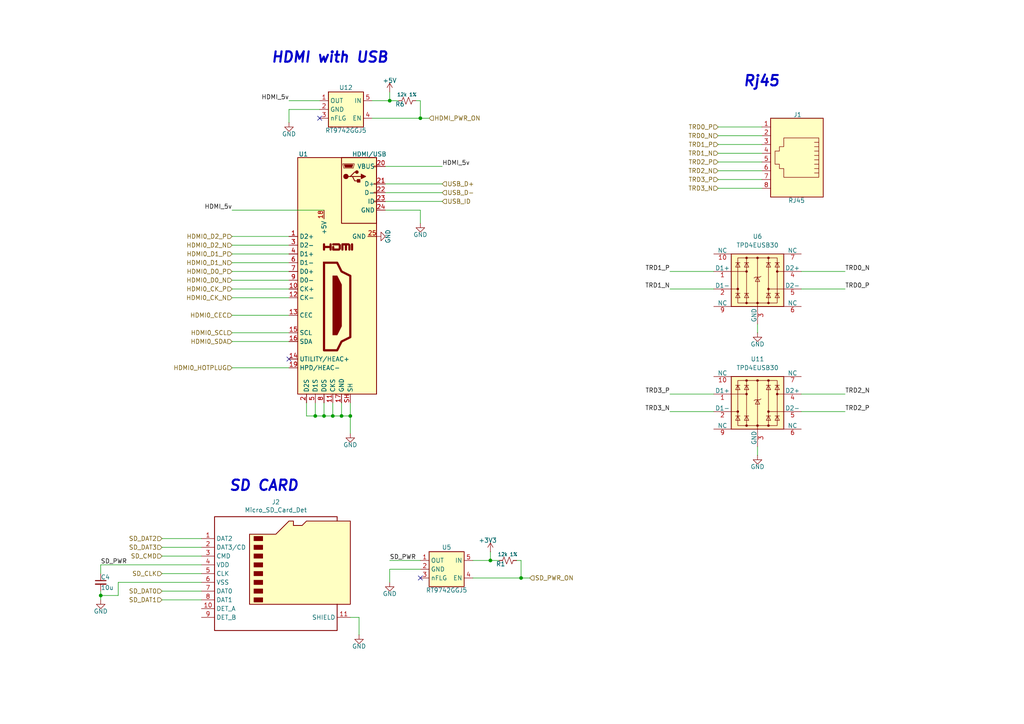
<source format=kicad_sch>
(kicad_sch
	(version 20231120)
	(generator "eeschema")
	(generator_version "8.0")
	(uuid "9d621588-5977-4444-acf5-0e52ff9e4cc7")
	(paper "A4")
	(lib_symbols
		(symbol "CM4IO:RT9742GGJ5"
			(exclude_from_sim no)
			(in_bom yes)
			(on_board yes)
			(property "Reference" "U5"
				(at -1.27 16.891 0)
				(effects
					(font
						(size 1.27 1.27)
					)
				)
			)
			(property "Value" "RT9742GGJ5"
				(at -1.27 14.5796 0)
				(effects
					(font
						(size 1.27 1.27)
					)
				)
			)
			(property "Footprint" "Package_TO_SOT_SMD:SOT-23-5"
				(at 0 0 0)
				(effects
					(font
						(size 1.27 1.27)
					)
					(hide yes)
				)
			)
			(property "Datasheet" "https://www.richtek.com/assets/product_file/RT9742/DS9742-00.pdf"
				(at 0 0 0)
				(effects
					(font
						(size 1.27 1.27)
					)
					(hide yes)
				)
			)
			(property "Description" ""
				(at 0 0 0)
				(effects
					(font
						(size 1.27 1.27)
					)
					(hide yes)
				)
			)
			(property "Field4" "Farnell"
				(at 0 0 0)
				(effects
					(font
						(size 1.27 1.27)
					)
					(hide yes)
				)
			)
			(property "Field5" "	2545875"
				(at 0 0 0)
				(effects
					(font
						(size 1.27 1.27)
					)
					(hide yes)
				)
			)
			(property "Field6" "RT9742GGJ5"
				(at 0 0 0)
				(effects
					(font
						(size 1.27 1.27)
					)
					(hide yes)
				)
			)
			(property "Field7" "RichTek"
				(at 0 0 0)
				(effects
					(font
						(size 1.27 1.27)
					)
					(hide yes)
				)
			)
			(property "Field8" "USWI00166"
				(at 0 0 0)
				(effects
					(font
						(size 1.27 1.27)
					)
					(hide yes)
				)
			)
			(property "Part Description" "	Power Switch/Driver 1:1 N-Channel 1A TSOT-23-5"
				(at 0 0 0)
				(effects
					(font
						(size 1.27 1.27)
					)
					(hide yes)
				)
			)
			(symbol "RT9742GGJ5_0_0"
				(pin power_out line
					(at -8.89 10.16 0)
					(length 2.54)
					(name "OUT"
						(effects
							(font
								(size 1.27 1.27)
							)
						)
					)
					(number "1"
						(effects
							(font
								(size 1.27 1.27)
							)
						)
					)
				)
				(pin power_in line
					(at -8.89 7.62 0)
					(length 2.54)
					(name "GND"
						(effects
							(font
								(size 1.27 1.27)
							)
						)
					)
					(number "2"
						(effects
							(font
								(size 1.27 1.27)
							)
						)
					)
				)
				(pin open_collector line
					(at -8.89 5.08 0)
					(length 2.54)
					(name "nFLG"
						(effects
							(font
								(size 1.27 1.27)
							)
						)
					)
					(number "3"
						(effects
							(font
								(size 1.27 1.27)
							)
						)
					)
				)
				(pin input line
					(at 6.35 5.08 180)
					(length 2.54)
					(name "EN"
						(effects
							(font
								(size 1.27 1.27)
							)
						)
					)
					(number "4"
						(effects
							(font
								(size 1.27 1.27)
							)
						)
					)
				)
				(pin power_in line
					(at 6.35 10.16 180)
					(length 2.54)
					(name "IN"
						(effects
							(font
								(size 1.27 1.27)
							)
						)
					)
					(number "5"
						(effects
							(font
								(size 1.27 1.27)
							)
						)
					)
				)
			)
			(symbol "RT9742GGJ5_1_1"
				(rectangle
					(start -6.35 12.7)
					(end 3.81 2.54)
					(stroke
						(width 0.254)
						(type default)
					)
					(fill
						(type background)
					)
				)
			)
		)
		(symbol "Connector:Micro_SD_Card_Det"
			(exclude_from_sim no)
			(in_bom yes)
			(on_board yes)
			(property "Reference" "J"
				(at -16.51 17.78 0)
				(effects
					(font
						(size 1.27 1.27)
					)
				)
			)
			(property "Value" "Micro_SD_Card_Det"
				(at 16.51 17.78 0)
				(effects
					(font
						(size 1.27 1.27)
					)
					(justify right)
				)
			)
			(property "Footprint" ""
				(at 52.07 17.78 0)
				(effects
					(font
						(size 1.27 1.27)
					)
					(hide yes)
				)
			)
			(property "Datasheet" "https://www.hirose.com/product/en/download_file/key_name/DM3/category/Catalog/doc_file_id/49662/?file_category_id=4&item_id=195&is_series=1"
				(at 0 2.54 0)
				(effects
					(font
						(size 1.27 1.27)
					)
					(hide yes)
				)
			)
			(property "Description" "Micro SD Card Socket with card detection pins"
				(at 0 0 0)
				(effects
					(font
						(size 1.27 1.27)
					)
					(hide yes)
				)
			)
			(property "ki_keywords" "connector SD microsd"
				(at 0 0 0)
				(effects
					(font
						(size 1.27 1.27)
					)
					(hide yes)
				)
			)
			(property "ki_fp_filters" "microSD*"
				(at 0 0 0)
				(effects
					(font
						(size 1.27 1.27)
					)
					(hide yes)
				)
			)
			(symbol "Micro_SD_Card_Det_0_1"
				(rectangle
					(start -7.62 -6.985)
					(end -5.08 -8.255)
					(stroke
						(width 0)
						(type default)
					)
					(fill
						(type outline)
					)
				)
				(rectangle
					(start -7.62 -4.445)
					(end -5.08 -5.715)
					(stroke
						(width 0)
						(type default)
					)
					(fill
						(type outline)
					)
				)
				(rectangle
					(start -7.62 -1.905)
					(end -5.08 -3.175)
					(stroke
						(width 0)
						(type default)
					)
					(fill
						(type outline)
					)
				)
				(rectangle
					(start -7.62 0.635)
					(end -5.08 -0.635)
					(stroke
						(width 0)
						(type default)
					)
					(fill
						(type outline)
					)
				)
				(rectangle
					(start -7.62 3.175)
					(end -5.08 1.905)
					(stroke
						(width 0)
						(type default)
					)
					(fill
						(type outline)
					)
				)
				(rectangle
					(start -7.62 5.715)
					(end -5.08 4.445)
					(stroke
						(width 0)
						(type default)
					)
					(fill
						(type outline)
					)
				)
				(rectangle
					(start -7.62 8.255)
					(end -5.08 6.985)
					(stroke
						(width 0)
						(type default)
					)
					(fill
						(type outline)
					)
				)
				(rectangle
					(start -7.62 10.795)
					(end -5.08 9.525)
					(stroke
						(width 0)
						(type default)
					)
					(fill
						(type outline)
					)
				)
				(polyline
					(pts
						(xy 16.51 15.24) (xy 16.51 16.51) (xy -19.05 16.51) (xy -19.05 -16.51) (xy 16.51 -16.51) (xy 16.51 -8.89)
					)
					(stroke
						(width 0.254)
						(type default)
					)
					(fill
						(type none)
					)
				)
				(polyline
					(pts
						(xy -8.89 -8.89) (xy -8.89 11.43) (xy -1.27 11.43) (xy 2.54 15.24) (xy 3.81 15.24) (xy 3.81 13.97)
						(xy 6.35 13.97) (xy 7.62 15.24) (xy 20.32 15.24) (xy 20.32 -8.89) (xy -8.89 -8.89)
					)
					(stroke
						(width 0.254)
						(type default)
					)
					(fill
						(type background)
					)
				)
			)
			(symbol "Micro_SD_Card_Det_1_1"
				(pin bidirectional line
					(at -22.86 10.16 0)
					(length 3.81)
					(name "DAT2"
						(effects
							(font
								(size 1.27 1.27)
							)
						)
					)
					(number "1"
						(effects
							(font
								(size 1.27 1.27)
							)
						)
					)
				)
				(pin passive line
					(at -22.86 -10.16 0)
					(length 3.81)
					(name "DET_A"
						(effects
							(font
								(size 1.27 1.27)
							)
						)
					)
					(number "10"
						(effects
							(font
								(size 1.27 1.27)
							)
						)
					)
				)
				(pin passive line
					(at 20.32 -12.7 180)
					(length 3.81)
					(name "SHIELD"
						(effects
							(font
								(size 1.27 1.27)
							)
						)
					)
					(number "11"
						(effects
							(font
								(size 1.27 1.27)
							)
						)
					)
				)
				(pin bidirectional line
					(at -22.86 7.62 0)
					(length 3.81)
					(name "DAT3/CD"
						(effects
							(font
								(size 1.27 1.27)
							)
						)
					)
					(number "2"
						(effects
							(font
								(size 1.27 1.27)
							)
						)
					)
				)
				(pin input line
					(at -22.86 5.08 0)
					(length 3.81)
					(name "CMD"
						(effects
							(font
								(size 1.27 1.27)
							)
						)
					)
					(number "3"
						(effects
							(font
								(size 1.27 1.27)
							)
						)
					)
				)
				(pin power_in line
					(at -22.86 2.54 0)
					(length 3.81)
					(name "VDD"
						(effects
							(font
								(size 1.27 1.27)
							)
						)
					)
					(number "4"
						(effects
							(font
								(size 1.27 1.27)
							)
						)
					)
				)
				(pin input line
					(at -22.86 0 0)
					(length 3.81)
					(name "CLK"
						(effects
							(font
								(size 1.27 1.27)
							)
						)
					)
					(number "5"
						(effects
							(font
								(size 1.27 1.27)
							)
						)
					)
				)
				(pin power_in line
					(at -22.86 -2.54 0)
					(length 3.81)
					(name "VSS"
						(effects
							(font
								(size 1.27 1.27)
							)
						)
					)
					(number "6"
						(effects
							(font
								(size 1.27 1.27)
							)
						)
					)
				)
				(pin bidirectional line
					(at -22.86 -5.08 0)
					(length 3.81)
					(name "DAT0"
						(effects
							(font
								(size 1.27 1.27)
							)
						)
					)
					(number "7"
						(effects
							(font
								(size 1.27 1.27)
							)
						)
					)
				)
				(pin bidirectional line
					(at -22.86 -7.62 0)
					(length 3.81)
					(name "DAT1"
						(effects
							(font
								(size 1.27 1.27)
							)
						)
					)
					(number "8"
						(effects
							(font
								(size 1.27 1.27)
							)
						)
					)
				)
				(pin passive line
					(at -22.86 -12.7 0)
					(length 3.81)
					(name "DET_B"
						(effects
							(font
								(size 1.27 1.27)
							)
						)
					)
					(number "9"
						(effects
							(font
								(size 1.27 1.27)
							)
						)
					)
				)
			)
		)
		(symbol "Connector:RJ45"
			(pin_names
				(offset 1.016)
			)
			(exclude_from_sim no)
			(in_bom yes)
			(on_board yes)
			(property "Reference" "J"
				(at -5.08 13.97 0)
				(effects
					(font
						(size 1.27 1.27)
					)
					(justify right)
				)
			)
			(property "Value" "RJ45"
				(at 2.54 13.97 0)
				(effects
					(font
						(size 1.27 1.27)
					)
					(justify left)
				)
			)
			(property "Footprint" ""
				(at 0 0.635 90)
				(effects
					(font
						(size 1.27 1.27)
					)
					(hide yes)
				)
			)
			(property "Datasheet" "~"
				(at 0 0.635 90)
				(effects
					(font
						(size 1.27 1.27)
					)
					(hide yes)
				)
			)
			(property "Description" "RJ connector, 8P8C (8 positions 8 connected)"
				(at 0 0 0)
				(effects
					(font
						(size 1.27 1.27)
					)
					(hide yes)
				)
			)
			(property "ki_keywords" "8P8C RJ socket connector"
				(at 0 0 0)
				(effects
					(font
						(size 1.27 1.27)
					)
					(hide yes)
				)
			)
			(property "ki_fp_filters" "8P8C* RJ31* RJ32* RJ33* RJ34* RJ35* RJ41* RJ45* RJ49* RJ61*"
				(at 0 0 0)
				(effects
					(font
						(size 1.27 1.27)
					)
					(hide yes)
				)
			)
			(symbol "RJ45_0_1"
				(polyline
					(pts
						(xy -5.08 4.445) (xy -6.35 4.445)
					)
					(stroke
						(width 0)
						(type default)
					)
					(fill
						(type none)
					)
				)
				(polyline
					(pts
						(xy -5.08 5.715) (xy -6.35 5.715)
					)
					(stroke
						(width 0)
						(type default)
					)
					(fill
						(type none)
					)
				)
				(polyline
					(pts
						(xy -6.35 -3.175) (xy -5.08 -3.175) (xy -5.08 -3.175)
					)
					(stroke
						(width 0)
						(type default)
					)
					(fill
						(type none)
					)
				)
				(polyline
					(pts
						(xy -6.35 -1.905) (xy -5.08 -1.905) (xy -5.08 -1.905)
					)
					(stroke
						(width 0)
						(type default)
					)
					(fill
						(type none)
					)
				)
				(polyline
					(pts
						(xy -6.35 -0.635) (xy -5.08 -0.635) (xy -5.08 -0.635)
					)
					(stroke
						(width 0)
						(type default)
					)
					(fill
						(type none)
					)
				)
				(polyline
					(pts
						(xy -6.35 0.635) (xy -5.08 0.635) (xy -5.08 0.635)
					)
					(stroke
						(width 0)
						(type default)
					)
					(fill
						(type none)
					)
				)
				(polyline
					(pts
						(xy -6.35 1.905) (xy -5.08 1.905) (xy -5.08 1.905)
					)
					(stroke
						(width 0)
						(type default)
					)
					(fill
						(type none)
					)
				)
				(polyline
					(pts
						(xy -5.08 3.175) (xy -6.35 3.175) (xy -6.35 3.175)
					)
					(stroke
						(width 0)
						(type default)
					)
					(fill
						(type none)
					)
				)
				(polyline
					(pts
						(xy -6.35 -4.445) (xy -6.35 6.985) (xy 3.81 6.985) (xy 3.81 4.445) (xy 5.08 4.445) (xy 5.08 3.175)
						(xy 6.35 3.175) (xy 6.35 -0.635) (xy 5.08 -0.635) (xy 5.08 -1.905) (xy 3.81 -1.905) (xy 3.81 -4.445)
						(xy -6.35 -4.445) (xy -6.35 -4.445)
					)
					(stroke
						(width 0)
						(type default)
					)
					(fill
						(type none)
					)
				)
				(rectangle
					(start 7.62 12.7)
					(end -7.62 -10.16)
					(stroke
						(width 0.254)
						(type default)
					)
					(fill
						(type background)
					)
				)
			)
			(symbol "RJ45_1_1"
				(pin passive line
					(at 10.16 -7.62 180)
					(length 2.54)
					(name "~"
						(effects
							(font
								(size 1.27 1.27)
							)
						)
					)
					(number "1"
						(effects
							(font
								(size 1.27 1.27)
							)
						)
					)
				)
				(pin passive line
					(at 10.16 -5.08 180)
					(length 2.54)
					(name "~"
						(effects
							(font
								(size 1.27 1.27)
							)
						)
					)
					(number "2"
						(effects
							(font
								(size 1.27 1.27)
							)
						)
					)
				)
				(pin passive line
					(at 10.16 -2.54 180)
					(length 2.54)
					(name "~"
						(effects
							(font
								(size 1.27 1.27)
							)
						)
					)
					(number "3"
						(effects
							(font
								(size 1.27 1.27)
							)
						)
					)
				)
				(pin passive line
					(at 10.16 0 180)
					(length 2.54)
					(name "~"
						(effects
							(font
								(size 1.27 1.27)
							)
						)
					)
					(number "4"
						(effects
							(font
								(size 1.27 1.27)
							)
						)
					)
				)
				(pin passive line
					(at 10.16 2.54 180)
					(length 2.54)
					(name "~"
						(effects
							(font
								(size 1.27 1.27)
							)
						)
					)
					(number "5"
						(effects
							(font
								(size 1.27 1.27)
							)
						)
					)
				)
				(pin passive line
					(at 10.16 5.08 180)
					(length 2.54)
					(name "~"
						(effects
							(font
								(size 1.27 1.27)
							)
						)
					)
					(number "6"
						(effects
							(font
								(size 1.27 1.27)
							)
						)
					)
				)
				(pin passive line
					(at 10.16 7.62 180)
					(length 2.54)
					(name "~"
						(effects
							(font
								(size 1.27 1.27)
							)
						)
					)
					(number "7"
						(effects
							(font
								(size 1.27 1.27)
							)
						)
					)
				)
				(pin passive line
					(at 10.16 10.16 180)
					(length 2.54)
					(name "~"
						(effects
							(font
								(size 1.27 1.27)
							)
						)
					)
					(number "8"
						(effects
							(font
								(size 1.27 1.27)
							)
						)
					)
				)
			)
		)
		(symbol "Device:C_Small"
			(pin_numbers hide)
			(pin_names
				(offset 0.254) hide)
			(exclude_from_sim no)
			(in_bom yes)
			(on_board yes)
			(property "Reference" "C"
				(at 0.254 1.778 0)
				(effects
					(font
						(size 1.27 1.27)
					)
					(justify left)
				)
			)
			(property "Value" "C_Small"
				(at 0.254 -2.032 0)
				(effects
					(font
						(size 1.27 1.27)
					)
					(justify left)
				)
			)
			(property "Footprint" ""
				(at 0 0 0)
				(effects
					(font
						(size 1.27 1.27)
					)
					(hide yes)
				)
			)
			(property "Datasheet" "~"
				(at 0 0 0)
				(effects
					(font
						(size 1.27 1.27)
					)
					(hide yes)
				)
			)
			(property "Description" "Unpolarized capacitor, small symbol"
				(at 0 0 0)
				(effects
					(font
						(size 1.27 1.27)
					)
					(hide yes)
				)
			)
			(property "ki_keywords" "capacitor cap"
				(at 0 0 0)
				(effects
					(font
						(size 1.27 1.27)
					)
					(hide yes)
				)
			)
			(property "ki_fp_filters" "C_*"
				(at 0 0 0)
				(effects
					(font
						(size 1.27 1.27)
					)
					(hide yes)
				)
			)
			(symbol "C_Small_0_1"
				(polyline
					(pts
						(xy -1.524 -0.508) (xy 1.524 -0.508)
					)
					(stroke
						(width 0.3302)
						(type default)
					)
					(fill
						(type none)
					)
				)
				(polyline
					(pts
						(xy -1.524 0.508) (xy 1.524 0.508)
					)
					(stroke
						(width 0.3048)
						(type default)
					)
					(fill
						(type none)
					)
				)
			)
			(symbol "C_Small_1_1"
				(pin passive line
					(at 0 2.54 270)
					(length 2.032)
					(name "~"
						(effects
							(font
								(size 1.27 1.27)
							)
						)
					)
					(number "1"
						(effects
							(font
								(size 1.27 1.27)
							)
						)
					)
				)
				(pin passive line
					(at 0 -2.54 90)
					(length 2.032)
					(name "~"
						(effects
							(font
								(size 1.27 1.27)
							)
						)
					)
					(number "2"
						(effects
							(font
								(size 1.27 1.27)
							)
						)
					)
				)
			)
		)
		(symbol "Device:R_Small_US"
			(pin_numbers hide)
			(pin_names
				(offset 0.254) hide)
			(exclude_from_sim no)
			(in_bom yes)
			(on_board yes)
			(property "Reference" "R"
				(at 0.762 0.508 0)
				(effects
					(font
						(size 1.27 1.27)
					)
					(justify left)
				)
			)
			(property "Value" "R_Small_US"
				(at 0.762 -1.016 0)
				(effects
					(font
						(size 1.27 1.27)
					)
					(justify left)
				)
			)
			(property "Footprint" ""
				(at 0 0 0)
				(effects
					(font
						(size 1.27 1.27)
					)
					(hide yes)
				)
			)
			(property "Datasheet" "~"
				(at 0 0 0)
				(effects
					(font
						(size 1.27 1.27)
					)
					(hide yes)
				)
			)
			(property "Description" "Resistor, small US symbol"
				(at 0 0 0)
				(effects
					(font
						(size 1.27 1.27)
					)
					(hide yes)
				)
			)
			(property "ki_keywords" "r resistor"
				(at 0 0 0)
				(effects
					(font
						(size 1.27 1.27)
					)
					(hide yes)
				)
			)
			(property "ki_fp_filters" "R_*"
				(at 0 0 0)
				(effects
					(font
						(size 1.27 1.27)
					)
					(hide yes)
				)
			)
			(symbol "R_Small_US_1_1"
				(polyline
					(pts
						(xy 0 0) (xy 1.016 -0.381) (xy 0 -0.762) (xy -1.016 -1.143) (xy 0 -1.524)
					)
					(stroke
						(width 0)
						(type default)
					)
					(fill
						(type none)
					)
				)
				(polyline
					(pts
						(xy 0 1.524) (xy 1.016 1.143) (xy 0 0.762) (xy -1.016 0.381) (xy 0 0)
					)
					(stroke
						(width 0)
						(type default)
					)
					(fill
						(type none)
					)
				)
				(pin passive line
					(at 0 2.54 270)
					(length 1.016)
					(name "~"
						(effects
							(font
								(size 1.27 1.27)
							)
						)
					)
					(number "1"
						(effects
							(font
								(size 1.27 1.27)
							)
						)
					)
				)
				(pin passive line
					(at 0 -2.54 90)
					(length 1.016)
					(name "~"
						(effects
							(font
								(size 1.27 1.27)
							)
						)
					)
					(number "2"
						(effects
							(font
								(size 1.27 1.27)
							)
						)
					)
				)
			)
		)
		(symbol "Power_Protection:TPD4EUSB30"
			(pin_names
				(offset 0)
			)
			(exclude_from_sim no)
			(in_bom yes)
			(on_board yes)
			(property "Reference" "U"
				(at -0.635 8.89 0)
				(effects
					(font
						(size 1.27 1.27)
					)
				)
			)
			(property "Value" "TPD4EUSB30"
				(at 8.89 -10.16 0)
				(effects
					(font
						(size 1.27 1.27)
					)
				)
			)
			(property "Footprint" "Package_SON:USON-10_2.5x1.0mm_P0.5mm"
				(at -24.13 -10.16 0)
				(effects
					(font
						(size 1.27 1.27)
					)
					(hide yes)
				)
			)
			(property "Datasheet" "http://www.ti.com/lit/ds/symlink/tpd2eusb30a.pdf"
				(at 0 0 0)
				(effects
					(font
						(size 1.27 1.27)
					)
					(hide yes)
				)
			)
			(property "Description" "4-Channel ESD Protection for Super-Speed USB 3.0 Interface, USON-10"
				(at 0 0 0)
				(effects
					(font
						(size 1.27 1.27)
					)
					(hide yes)
				)
			)
			(property "ki_keywords" "ESD protection USB 3.0"
				(at 0 0 0)
				(effects
					(font
						(size 1.27 1.27)
					)
					(hide yes)
				)
			)
			(property "ki_fp_filters" "USON*2.5x1.0mm*P0.5mm*"
				(at 0 0 0)
				(effects
					(font
						(size 1.27 1.27)
					)
					(hide yes)
				)
			)
			(symbol "TPD4EUSB30_0_0"
				(rectangle
					(start -5.715 6.477)
					(end 5.715 -6.604)
					(stroke
						(width 0)
						(type default)
					)
					(fill
						(type none)
					)
				)
				(polyline
					(pts
						(xy -3.175 -6.604) (xy -3.175 6.477)
					)
					(stroke
						(width 0)
						(type default)
					)
					(fill
						(type none)
					)
				)
				(polyline
					(pts
						(xy 0 6.477) (xy 0 -6.604)
					)
					(stroke
						(width 0)
						(type default)
					)
					(fill
						(type none)
					)
				)
				(polyline
					(pts
						(xy 3.175 6.477) (xy 3.175 -6.604)
					)
					(stroke
						(width 0)
						(type default)
					)
					(fill
						(type none)
					)
				)
			)
			(symbol "TPD4EUSB30_0_1"
				(rectangle
					(start -7.62 7.62)
					(end 7.62 -7.62)
					(stroke
						(width 0.254)
						(type default)
					)
					(fill
						(type background)
					)
				)
				(circle
					(center -5.715 -2.54)
					(radius 0.2794)
					(stroke
						(width 0)
						(type default)
					)
					(fill
						(type outline)
					)
				)
				(circle
					(center -3.175 -6.604)
					(radius 0.2794)
					(stroke
						(width 0)
						(type default)
					)
					(fill
						(type outline)
					)
				)
				(circle
					(center -3.175 2.54)
					(radius 0.2794)
					(stroke
						(width 0)
						(type default)
					)
					(fill
						(type outline)
					)
				)
				(circle
					(center -3.175 6.477)
					(radius 0.2794)
					(stroke
						(width 0)
						(type default)
					)
					(fill
						(type outline)
					)
				)
				(circle
					(center 0 -6.604)
					(radius 0.2794)
					(stroke
						(width 0)
						(type default)
					)
					(fill
						(type outline)
					)
				)
				(polyline
					(pts
						(xy -7.747 2.54) (xy -3.175 2.54)
					)
					(stroke
						(width 0)
						(type default)
					)
					(fill
						(type none)
					)
				)
				(polyline
					(pts
						(xy -7.62 -2.54) (xy -5.715 -2.54)
					)
					(stroke
						(width 0)
						(type default)
					)
					(fill
						(type none)
					)
				)
				(polyline
					(pts
						(xy -5.08 -3.81) (xy -6.35 -3.81)
					)
					(stroke
						(width 0)
						(type default)
					)
					(fill
						(type none)
					)
				)
				(polyline
					(pts
						(xy -5.08 5.08) (xy -6.35 5.08)
					)
					(stroke
						(width 0)
						(type default)
					)
					(fill
						(type none)
					)
				)
				(polyline
					(pts
						(xy -2.54 -3.81) (xy -3.81 -3.81)
					)
					(stroke
						(width 0)
						(type default)
					)
					(fill
						(type none)
					)
				)
				(polyline
					(pts
						(xy -2.54 5.08) (xy -3.81 5.08)
					)
					(stroke
						(width 0)
						(type default)
					)
					(fill
						(type none)
					)
				)
				(polyline
					(pts
						(xy -0.635 0.889) (xy -1.016 0.635)
					)
					(stroke
						(width 0)
						(type default)
					)
					(fill
						(type none)
					)
				)
				(polyline
					(pts
						(xy 0 -6.604) (xy 0 -7.62)
					)
					(stroke
						(width 0)
						(type default)
					)
					(fill
						(type none)
					)
				)
				(polyline
					(pts
						(xy 0.635 0.889) (xy -0.635 0.889)
					)
					(stroke
						(width 0)
						(type default)
					)
					(fill
						(type none)
					)
				)
				(polyline
					(pts
						(xy 0.635 0.889) (xy 1.016 1.143)
					)
					(stroke
						(width 0)
						(type default)
					)
					(fill
						(type none)
					)
				)
				(polyline
					(pts
						(xy 3.81 -3.81) (xy 2.54 -3.81)
					)
					(stroke
						(width 0)
						(type default)
					)
					(fill
						(type none)
					)
				)
				(polyline
					(pts
						(xy 3.81 5.08) (xy 2.54 5.08)
					)
					(stroke
						(width 0)
						(type default)
					)
					(fill
						(type none)
					)
				)
				(polyline
					(pts
						(xy 6.35 -3.81) (xy 5.08 -3.81)
					)
					(stroke
						(width 0)
						(type default)
					)
					(fill
						(type none)
					)
				)
				(polyline
					(pts
						(xy 6.35 5.08) (xy 5.08 5.08)
					)
					(stroke
						(width 0)
						(type default)
					)
					(fill
						(type none)
					)
				)
				(polyline
					(pts
						(xy 7.62 -2.54) (xy 3.175 -2.54)
					)
					(stroke
						(width 0)
						(type default)
					)
					(fill
						(type none)
					)
				)
				(polyline
					(pts
						(xy 7.62 2.54) (xy 5.715 2.54)
					)
					(stroke
						(width 0)
						(type default)
					)
					(fill
						(type none)
					)
				)
				(polyline
					(pts
						(xy -5.08 -5.08) (xy -6.35 -5.08) (xy -5.715 -3.81) (xy -5.08 -5.08)
					)
					(stroke
						(width 0)
						(type default)
					)
					(fill
						(type none)
					)
				)
				(polyline
					(pts
						(xy -5.08 3.81) (xy -6.35 3.81) (xy -5.715 5.08) (xy -5.08 3.81)
					)
					(stroke
						(width 0)
						(type default)
					)
					(fill
						(type none)
					)
				)
				(polyline
					(pts
						(xy -2.54 -5.08) (xy -3.81 -5.08) (xy -3.175 -3.81) (xy -2.54 -5.08)
					)
					(stroke
						(width 0)
						(type default)
					)
					(fill
						(type none)
					)
				)
				(polyline
					(pts
						(xy -2.54 3.81) (xy -3.81 3.81) (xy -3.175 5.08) (xy -2.54 3.81)
					)
					(stroke
						(width 0)
						(type default)
					)
					(fill
						(type none)
					)
				)
				(polyline
					(pts
						(xy 0.635 -0.381) (xy -0.635 -0.381) (xy 0 0.889) (xy 0.635 -0.381)
					)
					(stroke
						(width 0)
						(type default)
					)
					(fill
						(type none)
					)
				)
				(polyline
					(pts
						(xy 3.81 -5.08) (xy 2.54 -5.08) (xy 3.175 -3.81) (xy 3.81 -5.08)
					)
					(stroke
						(width 0)
						(type default)
					)
					(fill
						(type none)
					)
				)
				(polyline
					(pts
						(xy 3.81 3.81) (xy 2.54 3.81) (xy 3.175 5.08) (xy 3.81 3.81)
					)
					(stroke
						(width 0)
						(type default)
					)
					(fill
						(type none)
					)
				)
				(polyline
					(pts
						(xy 6.35 -5.08) (xy 5.08 -5.08) (xy 5.715 -3.81) (xy 6.35 -5.08)
					)
					(stroke
						(width 0)
						(type default)
					)
					(fill
						(type none)
					)
				)
				(polyline
					(pts
						(xy 6.35 3.81) (xy 5.08 3.81) (xy 5.715 5.08) (xy 6.35 3.81)
					)
					(stroke
						(width 0)
						(type default)
					)
					(fill
						(type none)
					)
				)
				(circle
					(center 0 6.477)
					(radius 0.2794)
					(stroke
						(width 0)
						(type default)
					)
					(fill
						(type outline)
					)
				)
				(circle
					(center 3.175 -6.604)
					(radius 0.2794)
					(stroke
						(width 0)
						(type default)
					)
					(fill
						(type outline)
					)
				)
				(circle
					(center 3.175 -2.54)
					(radius 0.2794)
					(stroke
						(width 0)
						(type default)
					)
					(fill
						(type outline)
					)
				)
				(circle
					(center 3.175 6.477)
					(radius 0.2794)
					(stroke
						(width 0)
						(type default)
					)
					(fill
						(type outline)
					)
				)
				(circle
					(center 5.715 2.54)
					(radius 0.2794)
					(stroke
						(width 0)
						(type default)
					)
					(fill
						(type outline)
					)
				)
			)
			(symbol "TPD4EUSB30_1_1"
				(pin passive line
					(at -12.7 2.54 0)
					(length 5.08)
					(name "D1+"
						(effects
							(font
								(size 1.27 1.27)
							)
						)
					)
					(number "1"
						(effects
							(font
								(size 1.27 1.27)
							)
						)
					)
				)
				(pin free line
					(at -12.7 7.62 0)
					(length 5.08)
					(name "NC"
						(effects
							(font
								(size 1.27 1.27)
							)
						)
					)
					(number "10"
						(effects
							(font
								(size 1.27 1.27)
							)
						)
					)
				)
				(pin passive line
					(at -12.7 -2.54 0)
					(length 5.08)
					(name "D1-"
						(effects
							(font
								(size 1.27 1.27)
							)
						)
					)
					(number "2"
						(effects
							(font
								(size 1.27 1.27)
							)
						)
					)
				)
				(pin power_in line
					(at 0 -12.7 90)
					(length 5.08)
					(name "GND"
						(effects
							(font
								(size 1.27 1.27)
							)
						)
					)
					(number "3"
						(effects
							(font
								(size 1.27 1.27)
							)
						)
					)
				)
				(pin passive line
					(at 12.7 2.54 180)
					(length 5.08)
					(name "D2+"
						(effects
							(font
								(size 1.27 1.27)
							)
						)
					)
					(number "4"
						(effects
							(font
								(size 1.27 1.27)
							)
						)
					)
				)
				(pin passive line
					(at 12.7 -2.54 180)
					(length 5.08)
					(name "D2-"
						(effects
							(font
								(size 1.27 1.27)
							)
						)
					)
					(number "5"
						(effects
							(font
								(size 1.27 1.27)
							)
						)
					)
				)
				(pin free line
					(at 12.7 -7.62 180)
					(length 5.08)
					(name "NC"
						(effects
							(font
								(size 1.27 1.27)
							)
						)
					)
					(number "6"
						(effects
							(font
								(size 1.27 1.27)
							)
						)
					)
				)
				(pin free line
					(at 12.7 7.62 180)
					(length 5.08)
					(name "NC"
						(effects
							(font
								(size 1.27 1.27)
							)
						)
					)
					(number "7"
						(effects
							(font
								(size 1.27 1.27)
							)
						)
					)
				)
				(pin passive line
					(at 0 -12.7 90)
					(length 5.08) hide
					(name "GND"
						(effects
							(font
								(size 1.27 1.27)
							)
						)
					)
					(number "8"
						(effects
							(font
								(size 1.27 1.27)
							)
						)
					)
				)
				(pin free line
					(at -12.7 -7.62 0)
					(length 5.08)
					(name "NC"
						(effects
							(font
								(size 1.27 1.27)
							)
						)
					)
					(number "9"
						(effects
							(font
								(size 1.27 1.27)
							)
						)
					)
				)
			)
		)
		(symbol "apple_tv_parts:apple_tv_hdmi_usb"
			(exclude_from_sim no)
			(in_bom yes)
			(on_board yes)
			(property "Reference" "U"
				(at -15.24 -20.32 0)
				(effects
					(font
						(size 1.27 1.27)
					)
				)
			)
			(property "Value" ""
				(at -15.24 -20.32 0)
				(effects
					(font
						(size 1.27 1.27)
					)
				)
			)
			(property "Footprint" ""
				(at -15.24 -20.32 0)
				(effects
					(font
						(size 1.27 1.27)
					)
					(hide yes)
				)
			)
			(property "Datasheet" ""
				(at -15.24 -20.32 0)
				(effects
					(font
						(size 1.27 1.27)
					)
					(hide yes)
				)
			)
			(property "Description" ""
				(at -15.24 -20.32 0)
				(effects
					(font
						(size 1.27 1.27)
					)
					(hide yes)
				)
			)
			(symbol "apple_tv_hdmi_usb_0_0"
				(polyline
					(pts
						(xy 6.858 13.97) (xy 6.858 15.494)
					)
					(stroke
						(width 0.635)
						(type default)
					)
					(fill
						(type none)
					)
				)
				(polyline
					(pts
						(xy -1.27 13.97) (xy -1.27 15.494) (xy -1.27 14.732) (xy 0.635 14.732) (xy 0.635 15.494) (xy 0.635 13.97)
					)
					(stroke
						(width 0.635)
						(type default)
					)
					(fill
						(type none)
					)
				)
				(polyline
					(pts
						(xy 1.397 15.494) (xy 3.048 15.494) (xy 3.302 15.24) (xy 3.302 14.224) (xy 3.048 13.97) (xy 1.397 13.97)
						(xy 1.397 14.732)
					)
					(stroke
						(width 0.635)
						(type default)
					)
					(fill
						(type none)
					)
				)
			)
			(symbol "apple_tv_hdmi_usb_0_1"
				(rectangle
					(start -8.89 40.64)
					(end 13.97 -27.94)
					(stroke
						(width 0.254)
						(type default)
					)
					(fill
						(type background)
					)
				)
				(polyline
					(pts
						(xy 6.985 35.179) (xy 9.525 35.179)
					)
					(stroke
						(width 0.254)
						(type default)
					)
					(fill
						(type none)
					)
				)
				(polyline
					(pts
						(xy 5.715 35.179) (xy 6.35 35.179) (xy 7.62 36.449) (xy 8.255 36.449)
					)
					(stroke
						(width 0.254)
						(type default)
					)
					(fill
						(type none)
					)
				)
				(polyline
					(pts
						(xy 6.35 35.179) (xy 6.985 35.179) (xy 7.62 33.909) (xy 8.89 33.909)
					)
					(stroke
						(width 0.254)
						(type default)
					)
					(fill
						(type none)
					)
				)
				(polyline
					(pts
						(xy 9.525 35.814) (xy 9.525 34.544) (xy 10.795 35.179) (xy 9.525 35.814)
					)
					(stroke
						(width 0.254)
						(type default)
					)
					(fill
						(type outline)
					)
				)
				(polyline
					(pts
						(xy 4.572 38.608) (xy 7.112 38.608) (xy 6.858 37.846) (xy 4.826 37.846) (xy 4.572 38.608)
					)
					(stroke
						(width 0)
						(type default)
					)
					(fill
						(type outline)
					)
				)
				(polyline
					(pts
						(xy 1.27 6.35) (xy 2.54 6.35) (xy 3.81 3.81) (xy 3.81 -8.255) (xy 2.54 -10.795) (xy 1.27 -10.795)
						(xy 1.27 6.35)
					)
					(stroke
						(width 0)
						(type default)
					)
					(fill
						(type outline)
					)
				)
				(polyline
					(pts
						(xy 4.064 13.97) (xy 4.064 15.494) (xy 5.08 15.494) (xy 5.08 13.97) (xy 5.08 15.494) (xy 5.842 15.494)
						(xy 6.096 15.24) (xy 6.096 13.97)
					)
					(stroke
						(width 0.635)
						(type default)
					)
					(fill
						(type none)
					)
				)
				(polyline
					(pts
						(xy -1.27 10.16) (xy -1.27 -15.24) (xy 2.54 -15.24) (xy 3.81 -12.7) (xy 6.35 -11.43) (xy 6.35 6.35)
						(xy 3.81 7.62) (xy 2.54 10.16) (xy -1.27 10.16)
					)
					(stroke
						(width 0.635)
						(type default)
					)
					(fill
						(type none)
					)
				)
				(polyline
					(pts
						(xy 4.191 38.862) (xy 4.191 38.608) (xy 4.445 37.846) (xy 4.445 37.592) (xy 7.239 37.592) (xy 7.239 37.846)
						(xy 7.493 38.608) (xy 7.493 38.862) (xy 4.191 38.862)
					)
					(stroke
						(width 0)
						(type default)
					)
					(fill
						(type none)
					)
				)
				(rectangle
					(start 3.81 40.64)
					(end 13.97 21.59)
					(stroke
						(width 0.254)
						(type default)
					)
					(fill
						(type background)
					)
				)
				(circle
					(center 5.08 35.179)
					(radius 0.635)
					(stroke
						(width 0.254)
						(type default)
					)
					(fill
						(type outline)
					)
				)
				(circle
					(center 8.255 36.449)
					(radius 0.381)
					(stroke
						(width 0.254)
						(type default)
					)
					(fill
						(type outline)
					)
				)
				(rectangle
					(start 9.144 34.29)
					(end 8.382 33.528)
					(stroke
						(width 0.254)
						(type default)
					)
					(fill
						(type outline)
					)
				)
				(rectangle
					(start 13.97 27.813)
					(end 13.208 28.067)
					(stroke
						(width 0)
						(type default)
					)
					(fill
						(type none)
					)
				)
				(rectangle
					(start 13.97 30.353)
					(end 13.208 30.607)
					(stroke
						(width 0)
						(type default)
					)
					(fill
						(type none)
					)
				)
				(rectangle
					(start 13.97 32.893)
					(end 13.208 33.147)
					(stroke
						(width 0)
						(type default)
					)
					(fill
						(type none)
					)
				)
				(rectangle
					(start 13.97 37.973)
					(end 13.208 38.227)
					(stroke
						(width 0)
						(type default)
					)
					(fill
						(type none)
					)
				)
			)
			(symbol "apple_tv_hdmi_usb_1_1"
				(pin passive line
					(at -11.43 17.78 0)
					(length 2.54)
					(name "D2+"
						(effects
							(font
								(size 1.27 1.27)
							)
						)
					)
					(number "1"
						(effects
							(font
								(size 1.27 1.27)
							)
						)
					)
				)
				(pin passive line
					(at -11.43 2.54 0)
					(length 2.54)
					(name "CK+"
						(effects
							(font
								(size 1.27 1.27)
							)
						)
					)
					(number "10"
						(effects
							(font
								(size 1.27 1.27)
							)
						)
					)
				)
				(pin power_in line
					(at 1.27 -30.48 90)
					(length 2.54)
					(name "CKS"
						(effects
							(font
								(size 1.27 1.27)
							)
						)
					)
					(number "11"
						(effects
							(font
								(size 1.27 1.27)
							)
						)
					)
				)
				(pin passive line
					(at -11.43 0 0)
					(length 2.54)
					(name "CK-"
						(effects
							(font
								(size 1.27 1.27)
							)
						)
					)
					(number "12"
						(effects
							(font
								(size 1.27 1.27)
							)
						)
					)
				)
				(pin bidirectional line
					(at -11.43 -5.08 0)
					(length 2.54)
					(name "CEC"
						(effects
							(font
								(size 1.27 1.27)
							)
						)
					)
					(number "13"
						(effects
							(font
								(size 1.27 1.27)
							)
						)
					)
				)
				(pin passive line
					(at -11.43 -17.78 0)
					(length 2.54)
					(name "UTILITY/HEAC+"
						(effects
							(font
								(size 1.27 1.27)
							)
						)
					)
					(number "14"
						(effects
							(font
								(size 1.27 1.27)
							)
						)
					)
				)
				(pin passive line
					(at -11.43 -10.16 0)
					(length 2.54)
					(name "SCL"
						(effects
							(font
								(size 1.27 1.27)
							)
						)
					)
					(number "15"
						(effects
							(font
								(size 1.27 1.27)
							)
						)
					)
				)
				(pin bidirectional line
					(at -11.43 -12.7 0)
					(length 2.54)
					(name "SDA"
						(effects
							(font
								(size 1.27 1.27)
							)
						)
					)
					(number "16"
						(effects
							(font
								(size 1.27 1.27)
							)
						)
					)
				)
				(pin power_in line
					(at 3.81 -30.48 90)
					(length 2.54)
					(name "GND"
						(effects
							(font
								(size 1.27 1.27)
							)
						)
					)
					(number "17"
						(effects
							(font
								(size 1.27 1.27)
							)
						)
					)
				)
				(pin power_in line
					(at -1.27 25.4 270)
					(length 2.54)
					(name "+5V"
						(effects
							(font
								(size 1.27 1.27)
							)
						)
					)
					(number "18"
						(effects
							(font
								(size 1.27 1.27)
							)
						)
					)
				)
				(pin passive line
					(at -11.43 -20.32 0)
					(length 2.54)
					(name "HPD/HEAC-"
						(effects
							(font
								(size 1.27 1.27)
							)
						)
					)
					(number "19"
						(effects
							(font
								(size 1.27 1.27)
							)
						)
					)
				)
				(pin power_in line
					(at -6.35 -30.48 90)
					(length 2.54)
					(name "D2S"
						(effects
							(font
								(size 1.27 1.27)
							)
						)
					)
					(number "2"
						(effects
							(font
								(size 1.27 1.27)
							)
						)
					)
				)
				(pin passive line
					(at 16.51 38.1 180)
					(length 2.54)
					(name "VBUS"
						(effects
							(font
								(size 1.27 1.27)
							)
						)
					)
					(number "20"
						(effects
							(font
								(size 1.27 1.27)
							)
						)
					)
				)
				(pin bidirectional line
					(at 16.51 33.02 180)
					(length 2.54)
					(name "D+"
						(effects
							(font
								(size 1.27 1.27)
							)
						)
					)
					(number "21"
						(effects
							(font
								(size 1.27 1.27)
							)
						)
					)
				)
				(pin bidirectional line
					(at 16.51 30.48 180)
					(length 2.54)
					(name "D-"
						(effects
							(font
								(size 1.27 1.27)
							)
						)
					)
					(number "22"
						(effects
							(font
								(size 1.27 1.27)
							)
						)
					)
				)
				(pin passive line
					(at 16.51 27.94 180)
					(length 2.54)
					(name "ID"
						(effects
							(font
								(size 1.27 1.27)
							)
						)
					)
					(number "23"
						(effects
							(font
								(size 1.27 1.27)
							)
						)
					)
				)
				(pin passive line
					(at 16.51 25.4 180)
					(length 2.54)
					(name "GND"
						(effects
							(font
								(size 1.27 1.27)
							)
						)
					)
					(number "24"
						(effects
							(font
								(size 1.27 1.27)
							)
						)
					)
				)
				(pin passive line
					(at 13.97 17.78 180)
					(length 2.54)
					(name "GND"
						(effects
							(font
								(size 1.27 1.27)
							)
						)
					)
					(number "25"
						(effects
							(font
								(size 1.27 1.27)
							)
						)
					)
				)
				(pin passive line
					(at -11.43 15.24 0)
					(length 2.54)
					(name "D2-"
						(effects
							(font
								(size 1.27 1.27)
							)
						)
					)
					(number "3"
						(effects
							(font
								(size 1.27 1.27)
							)
						)
					)
				)
				(pin passive line
					(at -11.43 12.7 0)
					(length 2.54)
					(name "D1+"
						(effects
							(font
								(size 1.27 1.27)
							)
						)
					)
					(number "4"
						(effects
							(font
								(size 1.27 1.27)
							)
						)
					)
				)
				(pin power_in line
					(at -3.81 -30.48 90)
					(length 2.54)
					(name "D1S"
						(effects
							(font
								(size 1.27 1.27)
							)
						)
					)
					(number "5"
						(effects
							(font
								(size 1.27 1.27)
							)
						)
					)
				)
				(pin passive line
					(at -11.43 10.16 0)
					(length 2.54)
					(name "D1-"
						(effects
							(font
								(size 1.27 1.27)
							)
						)
					)
					(number "6"
						(effects
							(font
								(size 1.27 1.27)
							)
						)
					)
				)
				(pin passive line
					(at -11.43 7.62 0)
					(length 2.54)
					(name "D0+"
						(effects
							(font
								(size 1.27 1.27)
							)
						)
					)
					(number "7"
						(effects
							(font
								(size 1.27 1.27)
							)
						)
					)
				)
				(pin power_in line
					(at -1.27 -30.48 90)
					(length 2.54)
					(name "D0S"
						(effects
							(font
								(size 1.27 1.27)
							)
						)
					)
					(number "8"
						(effects
							(font
								(size 1.27 1.27)
							)
						)
					)
				)
				(pin passive line
					(at -11.43 5.08 0)
					(length 2.54)
					(name "D0-"
						(effects
							(font
								(size 1.27 1.27)
							)
						)
					)
					(number "9"
						(effects
							(font
								(size 1.27 1.27)
							)
						)
					)
				)
				(pin passive line
					(at 6.35 -30.48 90)
					(length 2.54)
					(name "SH"
						(effects
							(font
								(size 1.27 1.27)
							)
						)
					)
					(number "SH"
						(effects
							(font
								(size 1.27 1.27)
							)
						)
					)
				)
			)
		)
		(symbol "power:+3V3"
			(power)
			(pin_numbers hide)
			(pin_names
				(offset 0) hide)
			(exclude_from_sim no)
			(in_bom yes)
			(on_board yes)
			(property "Reference" "#PWR"
				(at 0 -3.81 0)
				(effects
					(font
						(size 1.27 1.27)
					)
					(hide yes)
				)
			)
			(property "Value" "+3V3"
				(at 0 3.556 0)
				(effects
					(font
						(size 1.27 1.27)
					)
				)
			)
			(property "Footprint" ""
				(at 0 0 0)
				(effects
					(font
						(size 1.27 1.27)
					)
					(hide yes)
				)
			)
			(property "Datasheet" ""
				(at 0 0 0)
				(effects
					(font
						(size 1.27 1.27)
					)
					(hide yes)
				)
			)
			(property "Description" "Power symbol creates a global label with name \"+3V3\""
				(at 0 0 0)
				(effects
					(font
						(size 1.27 1.27)
					)
					(hide yes)
				)
			)
			(property "ki_keywords" "global power"
				(at 0 0 0)
				(effects
					(font
						(size 1.27 1.27)
					)
					(hide yes)
				)
			)
			(symbol "+3V3_0_1"
				(polyline
					(pts
						(xy -0.762 1.27) (xy 0 2.54)
					)
					(stroke
						(width 0)
						(type default)
					)
					(fill
						(type none)
					)
				)
				(polyline
					(pts
						(xy 0 0) (xy 0 2.54)
					)
					(stroke
						(width 0)
						(type default)
					)
					(fill
						(type none)
					)
				)
				(polyline
					(pts
						(xy 0 2.54) (xy 0.762 1.27)
					)
					(stroke
						(width 0)
						(type default)
					)
					(fill
						(type none)
					)
				)
			)
			(symbol "+3V3_1_1"
				(pin power_in line
					(at 0 0 90)
					(length 0)
					(name "~"
						(effects
							(font
								(size 1.27 1.27)
							)
						)
					)
					(number "1"
						(effects
							(font
								(size 1.27 1.27)
							)
						)
					)
				)
			)
		)
		(symbol "power:+5V"
			(power)
			(pin_numbers hide)
			(pin_names
				(offset 0) hide)
			(exclude_from_sim no)
			(in_bom yes)
			(on_board yes)
			(property "Reference" "#PWR"
				(at 0 -3.81 0)
				(effects
					(font
						(size 1.27 1.27)
					)
					(hide yes)
				)
			)
			(property "Value" "+5V"
				(at 0 3.556 0)
				(effects
					(font
						(size 1.27 1.27)
					)
				)
			)
			(property "Footprint" ""
				(at 0 0 0)
				(effects
					(font
						(size 1.27 1.27)
					)
					(hide yes)
				)
			)
			(property "Datasheet" ""
				(at 0 0 0)
				(effects
					(font
						(size 1.27 1.27)
					)
					(hide yes)
				)
			)
			(property "Description" "Power symbol creates a global label with name \"+5V\""
				(at 0 0 0)
				(effects
					(font
						(size 1.27 1.27)
					)
					(hide yes)
				)
			)
			(property "ki_keywords" "global power"
				(at 0 0 0)
				(effects
					(font
						(size 1.27 1.27)
					)
					(hide yes)
				)
			)
			(symbol "+5V_0_1"
				(polyline
					(pts
						(xy -0.762 1.27) (xy 0 2.54)
					)
					(stroke
						(width 0)
						(type default)
					)
					(fill
						(type none)
					)
				)
				(polyline
					(pts
						(xy 0 0) (xy 0 2.54)
					)
					(stroke
						(width 0)
						(type default)
					)
					(fill
						(type none)
					)
				)
				(polyline
					(pts
						(xy 0 2.54) (xy 0.762 1.27)
					)
					(stroke
						(width 0)
						(type default)
					)
					(fill
						(type none)
					)
				)
			)
			(symbol "+5V_1_1"
				(pin power_in line
					(at 0 0 90)
					(length 0)
					(name "~"
						(effects
							(font
								(size 1.27 1.27)
							)
						)
					)
					(number "1"
						(effects
							(font
								(size 1.27 1.27)
							)
						)
					)
				)
			)
		)
		(symbol "power:GND"
			(power)
			(pin_numbers hide)
			(pin_names
				(offset 0) hide)
			(exclude_from_sim no)
			(in_bom yes)
			(on_board yes)
			(property "Reference" "#PWR"
				(at 0 -6.35 0)
				(effects
					(font
						(size 1.27 1.27)
					)
					(hide yes)
				)
			)
			(property "Value" "GND"
				(at 0 -3.81 0)
				(effects
					(font
						(size 1.27 1.27)
					)
				)
			)
			(property "Footprint" ""
				(at 0 0 0)
				(effects
					(font
						(size 1.27 1.27)
					)
					(hide yes)
				)
			)
			(property "Datasheet" ""
				(at 0 0 0)
				(effects
					(font
						(size 1.27 1.27)
					)
					(hide yes)
				)
			)
			(property "Description" "Power symbol creates a global label with name \"GND\" , ground"
				(at 0 0 0)
				(effects
					(font
						(size 1.27 1.27)
					)
					(hide yes)
				)
			)
			(property "ki_keywords" "global power"
				(at 0 0 0)
				(effects
					(font
						(size 1.27 1.27)
					)
					(hide yes)
				)
			)
			(symbol "GND_0_1"
				(polyline
					(pts
						(xy 0 0) (xy 0 -1.27) (xy 1.27 -1.27) (xy 0 -2.54) (xy -1.27 -1.27) (xy 0 -1.27)
					)
					(stroke
						(width 0)
						(type default)
					)
					(fill
						(type none)
					)
				)
			)
			(symbol "GND_1_1"
				(pin power_in line
					(at 0 0 270)
					(length 0)
					(name "~"
						(effects
							(font
								(size 1.27 1.27)
							)
						)
					)
					(number "1"
						(effects
							(font
								(size 1.27 1.27)
							)
						)
					)
				)
			)
		)
	)
	(junction
		(at 93.98 120.65)
		(diameter 0)
		(color 0 0 0 0)
		(uuid "00e643dc-b09a-4499-9f2d-ff1ef7798186")
	)
	(junction
		(at 99.06 120.65)
		(diameter 0)
		(color 0 0 0 0)
		(uuid "3aaecd1d-e034-4448-a210-a081fc28bc6f")
	)
	(junction
		(at 121.92 34.29)
		(diameter 0)
		(color 0 0 0 0)
		(uuid "3d25f9f1-a7c2-4917-9f0b-7567b027dc5f")
	)
	(junction
		(at 101.6 120.65)
		(diameter 0)
		(color 0 0 0 0)
		(uuid "603b9314-ecc1-4f05-a6af-22302293aeff")
	)
	(junction
		(at 113.03 29.21)
		(diameter 0)
		(color 0 0 0 0)
		(uuid "61c27224-a968-491a-b75c-5b06a4044398")
	)
	(junction
		(at 151.13 167.64)
		(diameter 0)
		(color 0 0 0 0)
		(uuid "a0ea0269-625f-408b-944e-4adea71a4ad9")
	)
	(junction
		(at 142.24 162.56)
		(diameter 0)
		(color 0 0 0 0)
		(uuid "add929ad-3164-4b32-82c1-ed558b4a3b1d")
	)
	(junction
		(at 29.21 172.72)
		(diameter 0)
		(color 0 0 0 0)
		(uuid "e3e2f8db-f736-44a1-a990-1c4b1d42c543")
	)
	(junction
		(at 96.52 120.65)
		(diameter 0)
		(color 0 0 0 0)
		(uuid "f64de184-4751-4cea-8268-c7649a858565")
	)
	(junction
		(at 91.44 120.65)
		(diameter 0)
		(color 0 0 0 0)
		(uuid "f95e9a1c-d6c6-4ab9-92c7-61d12c07f8d1")
	)
	(no_connect
		(at 83.82 104.14)
		(uuid "3f8c8b54-e829-4297-a1b0-8c5a70a8d161")
	)
	(no_connect
		(at 92.71 34.29)
		(uuid "96a4c4a5-f6b3-4e1e-8237-eace1e3d376c")
	)
	(no_connect
		(at 121.92 167.64)
		(uuid "e1201c8e-b606-4cf1-87a3-e9bba302a870")
	)
	(wire
		(pts
			(xy 111.76 55.88) (xy 128.27 55.88)
		)
		(stroke
			(width 0)
			(type default)
		)
		(uuid "02508caf-57af-4a08-8a71-7fa578b1c21b")
	)
	(wire
		(pts
			(xy 194.31 83.82) (xy 207.01 83.82)
		)
		(stroke
			(width 0)
			(type default)
		)
		(uuid "03b6cae0-b935-431c-9e30-a60bdcdb4198")
	)
	(wire
		(pts
			(xy 58.42 173.99) (xy 46.99 173.99)
		)
		(stroke
			(width 0)
			(type solid)
		)
		(uuid "061fae3a-2633-4bf3-b95f-99c437d56b87")
	)
	(wire
		(pts
			(xy 67.31 86.36) (xy 83.82 86.36)
		)
		(stroke
			(width 0)
			(type solid)
		)
		(uuid "0622d024-8a12-47d4-8d39-c737b7a421eb")
	)
	(wire
		(pts
			(xy 120.65 29.21) (xy 121.92 29.21)
		)
		(stroke
			(width 0)
			(type default)
		)
		(uuid "07551f8c-07b7-4632-baa1-169fb0cc0252")
	)
	(wire
		(pts
			(xy 111.76 53.34) (xy 128.27 53.34)
		)
		(stroke
			(width 0)
			(type solid)
		)
		(uuid "08314ef1-7afa-47cb-a34e-5ed37f8badcb")
	)
	(wire
		(pts
			(xy 29.21 172.72) (xy 29.21 173.99)
		)
		(stroke
			(width 0)
			(type default)
		)
		(uuid "085767cf-d36a-4c57-bea6-6a7c39d9f132")
	)
	(wire
		(pts
			(xy 67.31 91.44) (xy 83.82 91.44)
		)
		(stroke
			(width 0)
			(type solid)
		)
		(uuid "1745da35-b07f-4d0a-b3a3-763404fc0d78")
	)
	(wire
		(pts
			(xy 46.99 156.21) (xy 58.42 156.21)
		)
		(stroke
			(width 0)
			(type solid)
		)
		(uuid "175393e5-f25f-4fb9-a976-597a5c1388e4")
	)
	(wire
		(pts
			(xy 34.29 172.72) (xy 29.21 172.72)
		)
		(stroke
			(width 0)
			(type solid)
		)
		(uuid "1d90c2ab-17c3-43ad-b577-1adff406953f")
	)
	(wire
		(pts
			(xy 194.31 78.74) (xy 207.01 78.74)
		)
		(stroke
			(width 0)
			(type default)
		)
		(uuid "25a27391-1279-46e3-92e8-4ebef1d396f5")
	)
	(wire
		(pts
			(xy 245.11 78.74) (xy 232.41 78.74)
		)
		(stroke
			(width 0)
			(type default)
		)
		(uuid "277fcf70-ac03-4ae6-9230-efe985c40f03")
	)
	(wire
		(pts
			(xy 29.21 163.83) (xy 58.42 163.83)
		)
		(stroke
			(width 0)
			(type solid)
		)
		(uuid "27c907b1-55e4-49c5-87b3-369ae3c7f53b")
	)
	(wire
		(pts
			(xy 101.6 116.84) (xy 101.6 120.65)
		)
		(stroke
			(width 0)
			(type default)
		)
		(uuid "29fec6e6-fa88-4764-b4bd-c865f1f9459f")
	)
	(wire
		(pts
			(xy 142.24 162.56) (xy 144.78 162.56)
		)
		(stroke
			(width 0)
			(type solid)
		)
		(uuid "309801d0-8214-4d77-99ff-c541ae7b541e")
	)
	(wire
		(pts
			(xy 194.31 119.38) (xy 207.01 119.38)
		)
		(stroke
			(width 0)
			(type default)
		)
		(uuid "32d7a2da-dc72-4ad8-aef6-4bc34d8dd96d")
	)
	(wire
		(pts
			(xy 121.92 29.21) (xy 121.92 34.29)
		)
		(stroke
			(width 0)
			(type default)
		)
		(uuid "34b67292-4b2a-4bab-afe3-5cab48bf4bc7")
	)
	(wire
		(pts
			(xy 121.92 60.96) (xy 121.92 64.77)
		)
		(stroke
			(width 0)
			(type default)
		)
		(uuid "3600e74b-a675-4cab-8bd4-f80bb9c9fd6a")
	)
	(wire
		(pts
			(xy 92.71 31.75) (xy 83.82 31.75)
		)
		(stroke
			(width 0)
			(type solid)
		)
		(uuid "38621203-15bc-49e6-bf5c-2d06f75652e3")
	)
	(wire
		(pts
			(xy 121.92 34.29) (xy 124.46 34.29)
		)
		(stroke
			(width 0)
			(type solid)
		)
		(uuid "3a232418-8eee-48eb-b1da-2d32d7fb710b")
	)
	(wire
		(pts
			(xy 67.31 73.66) (xy 83.82 73.66)
		)
		(stroke
			(width 0)
			(type solid)
		)
		(uuid "3e7376f2-a79b-4106-a5f5-44616839f04b")
	)
	(wire
		(pts
			(xy 137.16 167.64) (xy 151.13 167.64)
		)
		(stroke
			(width 0)
			(type solid)
		)
		(uuid "3f29bea5-d156-406b-b1b4-28e070e41c49")
	)
	(wire
		(pts
			(xy 245.11 119.38) (xy 232.41 119.38)
		)
		(stroke
			(width 0)
			(type default)
		)
		(uuid "3fd0df4e-f85a-4889-b4e1-71071f385f99")
	)
	(wire
		(pts
			(xy 208.28 54.61) (xy 220.98 54.61)
		)
		(stroke
			(width 0)
			(type default)
		)
		(uuid "3ff9f229-32ec-4689-bd8f-22b5230ed9c6")
	)
	(wire
		(pts
			(xy 111.76 48.26) (xy 128.27 48.26)
		)
		(stroke
			(width 0)
			(type solid)
		)
		(uuid "406a9d78-eae6-4547-bd81-2c56604c9a09")
	)
	(wire
		(pts
			(xy 91.44 120.65) (xy 88.9 120.65)
		)
		(stroke
			(width 0)
			(type default)
		)
		(uuid "415ab75a-67c1-44cc-8c79-89443a96156d")
	)
	(wire
		(pts
			(xy 149.86 162.56) (xy 151.13 162.56)
		)
		(stroke
			(width 0)
			(type default)
		)
		(uuid "421ecda3-2b40-4793-bc58-d20154d7e245")
	)
	(wire
		(pts
			(xy 29.21 171.45) (xy 29.21 172.72)
		)
		(stroke
			(width 0)
			(type default)
		)
		(uuid "431544a4-97ae-4442-8fc4-9f84f0621fa6")
	)
	(wire
		(pts
			(xy 46.99 161.29) (xy 58.42 161.29)
		)
		(stroke
			(width 0)
			(type solid)
		)
		(uuid "443b530e-d627-4eb6-a8c4-4da5a4ead155")
	)
	(wire
		(pts
			(xy 151.13 162.56) (xy 151.13 167.64)
		)
		(stroke
			(width 0)
			(type default)
		)
		(uuid "44402b4f-cccc-43a9-a040-0a8dbe6ad0de")
	)
	(wire
		(pts
			(xy 113.03 26.67) (xy 113.03 29.21)
		)
		(stroke
			(width 0)
			(type solid)
		)
		(uuid "445e2e2e-e890-40b2-8971-8b81f01cafbf")
	)
	(wire
		(pts
			(xy 58.42 166.37) (xy 46.99 166.37)
		)
		(stroke
			(width 0)
			(type solid)
		)
		(uuid "4516fc6c-affa-4486-a3c5-497d0b20b40a")
	)
	(wire
		(pts
			(xy 208.28 52.07) (xy 220.98 52.07)
		)
		(stroke
			(width 0)
			(type default)
		)
		(uuid "488dd741-ddb2-4382-95a6-08cdb25aba07")
	)
	(wire
		(pts
			(xy 111.76 58.42) (xy 128.27 58.42)
		)
		(stroke
			(width 0)
			(type default)
		)
		(uuid "51d5c6ed-864e-4bc5-8fa9-af1c2b7d5034")
	)
	(wire
		(pts
			(xy 208.28 46.99) (xy 220.98 46.99)
		)
		(stroke
			(width 0)
			(type default)
		)
		(uuid "5578be0a-04d0-4a35-8a07-bc5bf75c0a60")
	)
	(wire
		(pts
			(xy 245.11 114.3) (xy 232.41 114.3)
		)
		(stroke
			(width 0)
			(type default)
		)
		(uuid "55929380-e4e6-4a5c-a8c9-51e8d8e0f061")
	)
	(wire
		(pts
			(xy 113.03 29.21) (xy 115.57 29.21)
		)
		(stroke
			(width 0)
			(type solid)
		)
		(uuid "563ac2a0-583d-4045-bb2d-7f5e38017286")
	)
	(wire
		(pts
			(xy 83.82 31.75) (xy 83.82 35.56)
		)
		(stroke
			(width 0)
			(type default)
		)
		(uuid "5705495b-0f53-4938-beb1-8b297defebb2")
	)
	(wire
		(pts
			(xy 96.52 120.65) (xy 93.98 120.65)
		)
		(stroke
			(width 0)
			(type default)
		)
		(uuid "572f04b8-7908-4a88-a66e-50bbc1e98245")
	)
	(wire
		(pts
			(xy 101.6 120.65) (xy 101.6 125.73)
		)
		(stroke
			(width 0)
			(type default)
		)
		(uuid "5fe6e170-62e5-4a5e-9587-53ec57d766a6")
	)
	(wire
		(pts
			(xy 67.31 106.68) (xy 83.82 106.68)
		)
		(stroke
			(width 0)
			(type solid)
		)
		(uuid "5fef0f7d-fc5c-40e0-8eb3-6f711f394654")
	)
	(wire
		(pts
			(xy 99.06 116.84) (xy 99.06 120.65)
		)
		(stroke
			(width 0)
			(type default)
		)
		(uuid "634d11c6-330a-40d7-9830-7dcd9e6a1af1")
	)
	(wire
		(pts
			(xy 67.31 71.12) (xy 83.82 71.12)
		)
		(stroke
			(width 0)
			(type solid)
		)
		(uuid "67f66bf9-2756-469f-ad51-c4212d9a8714")
	)
	(wire
		(pts
			(xy 88.9 116.84) (xy 88.9 120.65)
		)
		(stroke
			(width 0)
			(type default)
		)
		(uuid "6fac9d26-6cd0-4222-9fbf-a511f95e5109")
	)
	(wire
		(pts
			(xy 67.31 99.06) (xy 83.82 99.06)
		)
		(stroke
			(width 0)
			(type solid)
		)
		(uuid "72b9af06-047e-4ae4-9ce5-888f0491d33d")
	)
	(wire
		(pts
			(xy 93.98 60.96) (xy 67.31 60.96)
		)
		(stroke
			(width 0)
			(type default)
		)
		(uuid "759e10ef-49ec-42e7-bec0-6b66175b0959")
	)
	(wire
		(pts
			(xy 46.99 171.45) (xy 58.42 171.45)
		)
		(stroke
			(width 0)
			(type solid)
		)
		(uuid "761ebeca-f6e5-43af-8b84-60a8809815ee")
	)
	(wire
		(pts
			(xy 219.71 129.54) (xy 219.71 132.08)
		)
		(stroke
			(width 0)
			(type default)
		)
		(uuid "79e53bfd-71cd-4ad5-a4af-dbb4aee8134f")
	)
	(wire
		(pts
			(xy 208.28 36.83) (xy 220.98 36.83)
		)
		(stroke
			(width 0)
			(type default)
		)
		(uuid "7e50ef75-3c8d-4c9b-a507-f6af5efdba92")
	)
	(wire
		(pts
			(xy 67.31 81.28) (xy 83.82 81.28)
		)
		(stroke
			(width 0)
			(type solid)
		)
		(uuid "83db4acb-1460-4a44-9a10-1f5658600340")
	)
	(wire
		(pts
			(xy 99.06 120.65) (xy 96.52 120.65)
		)
		(stroke
			(width 0)
			(type default)
		)
		(uuid "87e40e31-6d28-46c7-8124-d415c52297b1")
	)
	(wire
		(pts
			(xy 104.14 179.07) (xy 104.14 184.15)
		)
		(stroke
			(width 0)
			(type solid)
		)
		(uuid "8f025f0b-d6f7-464f-9df5-861206262ec7")
	)
	(wire
		(pts
			(xy 137.16 162.56) (xy 142.24 162.56)
		)
		(stroke
			(width 0)
			(type solid)
		)
		(uuid "940deefc-b43b-4b02-ac53-ff45103b295f")
	)
	(wire
		(pts
			(xy 101.6 179.07) (xy 104.14 179.07)
		)
		(stroke
			(width 0)
			(type solid)
		)
		(uuid "982d1951-c314-4f2f-a22e-e2273247a46f")
	)
	(wire
		(pts
			(xy 34.29 168.91) (xy 34.29 172.72)
		)
		(stroke
			(width 0)
			(type solid)
		)
		(uuid "9c32a1e2-e012-40a7-871b-a1d618dc4604")
	)
	(wire
		(pts
			(xy 67.31 68.58) (xy 83.82 68.58)
		)
		(stroke
			(width 0)
			(type solid)
		)
		(uuid "9e125e28-57a8-4e9b-b0bc-5ed9b0017000")
	)
	(wire
		(pts
			(xy 67.31 83.82) (xy 83.82 83.82)
		)
		(stroke
			(width 0)
			(type solid)
		)
		(uuid "9f845314-8668-4166-9209-889e145ecfc4")
	)
	(wire
		(pts
			(xy 91.44 116.84) (xy 91.44 120.65)
		)
		(stroke
			(width 0)
			(type default)
		)
		(uuid "ac9b2dd4-9b99-436b-ae9a-4082c84100c5")
	)
	(wire
		(pts
			(xy 101.6 120.65) (xy 99.06 120.65)
		)
		(stroke
			(width 0)
			(type default)
		)
		(uuid "b2d51823-9038-4fbd-8410-8215197ee652")
	)
	(wire
		(pts
			(xy 34.29 168.91) (xy 58.42 168.91)
		)
		(stroke
			(width 0)
			(type solid)
		)
		(uuid "b43c5e4e-56dd-4946-805b-a9506ead18ea")
	)
	(wire
		(pts
			(xy 113.03 165.1) (xy 113.03 168.91)
		)
		(stroke
			(width 0)
			(type default)
		)
		(uuid "b44cfdfc-7256-4267-9700-7e4b3a37e544")
	)
	(wire
		(pts
			(xy 121.92 162.56) (xy 113.03 162.56)
		)
		(stroke
			(width 0)
			(type solid)
		)
		(uuid "b53ffd04-9cc9-4b41-8c4a-45c20ab32ac7")
	)
	(wire
		(pts
			(xy 92.71 29.21) (xy 83.82 29.21)
		)
		(stroke
			(width 0)
			(type solid)
		)
		(uuid "ba9230d5-6586-4012-b328-90f88193f603")
	)
	(wire
		(pts
			(xy 107.95 29.21) (xy 113.03 29.21)
		)
		(stroke
			(width 0)
			(type solid)
		)
		(uuid "be81251d-a676-479f-90cd-d10920235300")
	)
	(wire
		(pts
			(xy 219.71 93.98) (xy 219.71 96.52)
		)
		(stroke
			(width 0)
			(type default)
		)
		(uuid "c849008a-d9da-40cf-a8c7-6b93fedbc5cb")
	)
	(wire
		(pts
			(xy 111.76 60.96) (xy 121.92 60.96)
		)
		(stroke
			(width 0)
			(type default)
		)
		(uuid "cd449f88-3266-407b-a044-4a5d6e39f365")
	)
	(wire
		(pts
			(xy 107.95 34.29) (xy 121.92 34.29)
		)
		(stroke
			(width 0)
			(type solid)
		)
		(uuid "ceddc8ce-2d97-428f-8ceb-907c63c1a3da")
	)
	(wire
		(pts
			(xy 142.24 160.02) (xy 142.24 162.56)
		)
		(stroke
			(width 0)
			(type solid)
		)
		(uuid "cf42d710-04dd-4053-b672-1950e25590af")
	)
	(wire
		(pts
			(xy 194.31 114.3) (xy 207.01 114.3)
		)
		(stroke
			(width 0)
			(type default)
		)
		(uuid "d1b466d9-fe21-4c6c-a5a7-7a23ea625ca7")
	)
	(wire
		(pts
			(xy 29.21 163.83) (xy 29.21 166.37)
		)
		(stroke
			(width 0)
			(type default)
		)
		(uuid "d4a6acdb-70f8-4abb-8eed-fbe16ff32173")
	)
	(wire
		(pts
			(xy 96.52 116.84) (xy 96.52 120.65)
		)
		(stroke
			(width 0)
			(type default)
		)
		(uuid "d4bba866-aa83-4345-955e-7b84dfc62914")
	)
	(wire
		(pts
			(xy 121.92 165.1) (xy 113.03 165.1)
		)
		(stroke
			(width 0)
			(type solid)
		)
		(uuid "d9be8dfb-c248-4f41-9bbb-b002a0fc5b97")
	)
	(wire
		(pts
			(xy 67.31 78.74) (xy 83.82 78.74)
		)
		(stroke
			(width 0)
			(type solid)
		)
		(uuid "ddb793ce-3db6-4bd3-bd82-31c7c0e99696")
	)
	(wire
		(pts
			(xy 208.28 44.45) (xy 220.98 44.45)
		)
		(stroke
			(width 0)
			(type default)
		)
		(uuid "df4ab9bf-5b9a-4ca9-b458-cc8f9f578379")
	)
	(wire
		(pts
			(xy 208.28 41.91) (xy 220.98 41.91)
		)
		(stroke
			(width 0)
			(type default)
		)
		(uuid "eaaed142-7e15-4a50-adab-61a154eb28b7")
	)
	(wire
		(pts
			(xy 67.31 76.2) (xy 83.82 76.2)
		)
		(stroke
			(width 0)
			(type solid)
		)
		(uuid "ed5171f3-b6ee-458e-a111-22c4b44be6b2")
	)
	(wire
		(pts
			(xy 151.13 167.64) (xy 153.67 167.64)
		)
		(stroke
			(width 0)
			(type solid)
		)
		(uuid "edd2b9d6-05b6-4c15-a208-6e0a2d2c911c")
	)
	(wire
		(pts
			(xy 93.98 120.65) (xy 91.44 120.65)
		)
		(stroke
			(width 0)
			(type default)
		)
		(uuid "ee100bef-b89e-402c-9349-c0d7df1f4a32")
	)
	(wire
		(pts
			(xy 245.11 83.82) (xy 232.41 83.82)
		)
		(stroke
			(width 0)
			(type default)
		)
		(uuid "f0d333f9-6a67-4cff-b582-65be478e61df")
	)
	(wire
		(pts
			(xy 58.42 158.75) (xy 46.99 158.75)
		)
		(stroke
			(width 0)
			(type solid)
		)
		(uuid "f4c2aaf1-d1f6-46f1-bf8c-9576c3198b8d")
	)
	(wire
		(pts
			(xy 208.28 39.37) (xy 220.98 39.37)
		)
		(stroke
			(width 0)
			(type default)
		)
		(uuid "f760e6f8-8a9b-4db7-a00a-10d2f88d1bd4")
	)
	(wire
		(pts
			(xy 93.98 116.84) (xy 93.98 120.65)
		)
		(stroke
			(width 0)
			(type default)
		)
		(uuid "f95c0f7a-f01a-4f9a-b3ad-ec65c44ace08")
	)
	(wire
		(pts
			(xy 67.31 96.52) (xy 83.82 96.52)
		)
		(stroke
			(width 0)
			(type solid)
		)
		(uuid "fa942309-05a2-425a-bde5-0425ae08afc4")
	)
	(wire
		(pts
			(xy 208.28 49.53) (xy 220.98 49.53)
		)
		(stroke
			(width 0)
			(type default)
		)
		(uuid "fd7bdb9d-2419-4773-b3b9-db6141dab204")
	)
	(text "SD CARD"
		(exclude_from_sim no)
		(at 66.294 142.748 0)
		(effects
			(font
				(size 3 3)
				(thickness 0.6)
				(bold yes)
				(italic yes)
			)
			(justify left bottom)
		)
		(uuid "318f086a-e093-4524-88cb-cbba21bfd1d1")
	)
	(text "HDMI with USB"
		(exclude_from_sim no)
		(at 78.486 18.542 0)
		(effects
			(font
				(size 3 3)
				(thickness 0.6)
				(bold yes)
				(italic yes)
			)
			(justify left bottom)
		)
		(uuid "49668fb2-8284-4f10-8d4a-9fc8b2fa18e7")
	)
	(text "Rj45\n"
		(exclude_from_sim no)
		(at 215.392 25.4 0)
		(effects
			(font
				(size 3 3)
				(thickness 0.6)
				(bold yes)
				(italic yes)
			)
			(justify left bottom)
		)
		(uuid "f0c6563f-cc98-413f-945e-c38f6c7ad731")
	)
	(label "HDMI_5v"
		(at 83.82 29.21 180)
		(fields_autoplaced yes)
		(effects
			(font
				(size 1.27 1.27)
			)
			(justify right bottom)
		)
		(uuid "22ddfc4e-b3f3-452b-a66a-07f8165a98d8")
	)
	(label "SD_PWR"
		(at 113.03 162.56 0)
		(fields_autoplaced yes)
		(effects
			(font
				(size 1.27 1.27)
			)
			(justify left bottom)
		)
		(uuid "29bf1564-ce43-4681-b584-b14729e99b33")
	)
	(label "TRD3_N"
		(at 194.31 119.38 180)
		(fields_autoplaced yes)
		(effects
			(font
				(size 1.27 1.27)
			)
			(justify right bottom)
		)
		(uuid "46a8f751-fccf-4733-b277-73c9edaf23ea")
	)
	(label "TRD2_P"
		(at 245.11 119.38 0)
		(fields_autoplaced yes)
		(effects
			(font
				(size 1.27 1.27)
			)
			(justify left bottom)
		)
		(uuid "4fd6c078-c612-4a8b-990c-98cc906c5134")
	)
	(label "SD_PWR"
		(at 29.21 163.83 0)
		(fields_autoplaced yes)
		(effects
			(font
				(size 1.27 1.27)
			)
			(justify left bottom)
		)
		(uuid "5111387a-815f-4e32-9f7b-15056b3e2225")
	)
	(label "HDMI_5v"
		(at 67.31 60.96 180)
		(fields_autoplaced yes)
		(effects
			(font
				(size 1.27 1.27)
			)
			(justify right bottom)
		)
		(uuid "6cb8eb22-db4c-465e-80c2-4c2b521feb63")
	)
	(label "TRD0_N"
		(at 245.11 78.74 0)
		(fields_autoplaced yes)
		(effects
			(font
				(size 1.27 1.27)
			)
			(justify left bottom)
		)
		(uuid "78d53d47-fb63-4344-a06d-e9f454a1bdf6")
	)
	(label "TRD2_N"
		(at 245.11 114.3 0)
		(fields_autoplaced yes)
		(effects
			(font
				(size 1.27 1.27)
			)
			(justify left bottom)
		)
		(uuid "836c528f-b58f-435c-abd5-960f31f970de")
	)
	(label "HDMI_5v"
		(at 128.27 48.26 0)
		(fields_autoplaced yes)
		(effects
			(font
				(size 1.27 1.27)
			)
			(justify left bottom)
		)
		(uuid "b52fd9f8-9185-49a0-812d-790c4e2339cc")
	)
	(label "TRD0_P"
		(at 245.11 83.82 0)
		(fields_autoplaced yes)
		(effects
			(font
				(size 1.27 1.27)
			)
			(justify left bottom)
		)
		(uuid "c34b8c34-e3ab-4fc9-8500-5e9777f7e292")
	)
	(label "TRD1_N"
		(at 194.31 83.82 180)
		(fields_autoplaced yes)
		(effects
			(font
				(size 1.27 1.27)
			)
			(justify right bottom)
		)
		(uuid "c98ae9af-546d-43c6-8628-0b6ea58f9c7f")
	)
	(label "TRD1_P"
		(at 194.31 78.74 180)
		(fields_autoplaced yes)
		(effects
			(font
				(size 1.27 1.27)
			)
			(justify right bottom)
		)
		(uuid "ce0b1125-35c9-4028-bc4f-6666e17747fd")
	)
	(label "TRD3_P"
		(at 194.31 114.3 180)
		(fields_autoplaced yes)
		(effects
			(font
				(size 1.27 1.27)
			)
			(justify right bottom)
		)
		(uuid "ef2ff469-d9a2-4e23-86fe-e7b486470e2f")
	)
	(hierarchical_label "HDMI0_CEC"
		(shape input)
		(at 67.31 91.44 180)
		(fields_autoplaced yes)
		(effects
			(font
				(size 1.27 1.27)
			)
			(justify right)
		)
		(uuid "014834d8-98ca-4245-8611-5608d4994196")
	)
	(hierarchical_label "SD_CLK"
		(shape input)
		(at 46.99 166.37 180)
		(fields_autoplaced yes)
		(effects
			(font
				(size 1.27 1.27)
			)
			(justify right)
		)
		(uuid "05bcc2f3-9c1b-4506-9b67-0241db599d1b")
	)
	(hierarchical_label "USB_D+"
		(shape input)
		(at 128.27 53.34 0)
		(fields_autoplaced yes)
		(effects
			(font
				(size 1.27 1.27)
			)
			(justify left)
		)
		(uuid "069bd280-0062-4cc6-a7a1-2f24d138b055")
	)
	(hierarchical_label "HDMI0_D2_N"
		(shape input)
		(at 67.31 71.12 180)
		(fields_autoplaced yes)
		(effects
			(font
				(size 1.27 1.27)
			)
			(justify right)
		)
		(uuid "0adcd1b1-091b-4e0b-8020-2345a37c65fb")
	)
	(hierarchical_label "HDMI0_CK_P"
		(shape input)
		(at 67.31 83.82 180)
		(fields_autoplaced yes)
		(effects
			(font
				(size 1.27 1.27)
			)
			(justify right)
		)
		(uuid "0e54744e-450b-4db5-818c-4280f4e50369")
	)
	(hierarchical_label "HDMI0_CK_N"
		(shape input)
		(at 67.31 86.36 180)
		(fields_autoplaced yes)
		(effects
			(font
				(size 1.27 1.27)
			)
			(justify right)
		)
		(uuid "1e7c3729-6dd4-4577-8470-b5450729d270")
	)
	(hierarchical_label "SD_DAT0"
		(shape input)
		(at 46.99 171.45 180)
		(fields_autoplaced yes)
		(effects
			(font
				(size 1.27 1.27)
			)
			(justify right)
		)
		(uuid "2ce40bd8-dd64-4567-9e99-f1c9f89b47be")
	)
	(hierarchical_label "HDMI0_D1_N"
		(shape input)
		(at 67.31 76.2 180)
		(fields_autoplaced yes)
		(effects
			(font
				(size 1.27 1.27)
			)
			(justify right)
		)
		(uuid "39099fb0-2e4c-41f3-851f-9de5d3b5d668")
	)
	(hierarchical_label "USB_D-"
		(shape input)
		(at 128.27 55.88 0)
		(fields_autoplaced yes)
		(effects
			(font
				(size 1.27 1.27)
			)
			(justify left)
		)
		(uuid "3fcebd48-4e38-4bb6-8eef-1c5bc0ad9015")
	)
	(hierarchical_label "HDMI0_D0_P"
		(shape input)
		(at 67.31 78.74 180)
		(fields_autoplaced yes)
		(effects
			(font
				(size 1.27 1.27)
			)
			(justify right)
		)
		(uuid "4d1f6d91-7e31-486b-b79e-56dff62aa8bf")
	)
	(hierarchical_label "TRD2_P"
		(shape input)
		(at 208.28 46.99 180)
		(fields_autoplaced yes)
		(effects
			(font
				(size 1.27 1.27)
			)
			(justify right)
		)
		(uuid "64422dd1-fbcb-48f7-a862-978acd45ad3c")
	)
	(hierarchical_label "HDMI0_SDA"
		(shape input)
		(at 67.31 99.06 180)
		(fields_autoplaced yes)
		(effects
			(font
				(size 1.27 1.27)
			)
			(justify right)
		)
		(uuid "65349906-39bd-4036-baa7-858c0ca492af")
	)
	(hierarchical_label "TRD0_P"
		(shape input)
		(at 208.28 36.83 180)
		(fields_autoplaced yes)
		(effects
			(font
				(size 1.27 1.27)
			)
			(justify right)
		)
		(uuid "6585ef0b-a493-4221-b33c-00eda0caeaa0")
	)
	(hierarchical_label "TRD3_N"
		(shape input)
		(at 208.28 54.61 180)
		(fields_autoplaced yes)
		(effects
			(font
				(size 1.27 1.27)
			)
			(justify right)
		)
		(uuid "688458e3-2f9d-4613-91b9-d720ec65c8be")
	)
	(hierarchical_label "TRD1_P"
		(shape input)
		(at 208.28 41.91 180)
		(fields_autoplaced yes)
		(effects
			(font
				(size 1.27 1.27)
			)
			(justify right)
		)
		(uuid "76f3f19f-a16b-4c52-a3df-d5476c6a1bb0")
	)
	(hierarchical_label "SD_DAT1"
		(shape input)
		(at 46.99 173.99 180)
		(fields_autoplaced yes)
		(effects
			(font
				(size 1.27 1.27)
			)
			(justify right)
		)
		(uuid "80287e19-0f4e-4640-822a-89f3e33c55f3")
	)
	(hierarchical_label "HDMI_PWR_ON"
		(shape input)
		(at 124.46 34.29 0)
		(fields_autoplaced yes)
		(effects
			(font
				(size 1.27 1.27)
			)
			(justify left)
		)
		(uuid "82c5e38f-5adf-4b7d-ba11-6ccfe88d810c")
	)
	(hierarchical_label "SD_PWR_ON"
		(shape input)
		(at 153.67 167.64 0)
		(fields_autoplaced yes)
		(effects
			(font
				(size 1.27 1.27)
			)
			(justify left)
		)
		(uuid "869156ef-4fe3-46bb-965a-7f918e84839a")
	)
	(hierarchical_label "HDMI0_D1_P"
		(shape input)
		(at 67.31 73.66 180)
		(fields_autoplaced yes)
		(effects
			(font
				(size 1.27 1.27)
			)
			(justify right)
		)
		(uuid "876dbc14-b640-4102-a5c3-552bfedb609b")
	)
	(hierarchical_label "HDMI0_SCL"
		(shape input)
		(at 67.31 96.52 180)
		(fields_autoplaced yes)
		(effects
			(font
				(size 1.27 1.27)
			)
			(justify right)
		)
		(uuid "9d871fb5-c1ae-4b2f-91af-115aa5a2e45f")
	)
	(hierarchical_label "HDMI0_HOTPLUG"
		(shape input)
		(at 67.31 106.68 180)
		(fields_autoplaced yes)
		(effects
			(font
				(size 1.27 1.27)
			)
			(justify right)
		)
		(uuid "a3413e86-2ba1-4276-8810-99d16a0bb112")
	)
	(hierarchical_label "TRD2_N"
		(shape input)
		(at 208.28 49.53 180)
		(fields_autoplaced yes)
		(effects
			(font
				(size 1.27 1.27)
			)
			(justify right)
		)
		(uuid "a455d42c-631e-4ad9-b01f-de5cbfc3fb2f")
	)
	(hierarchical_label "SD_DAT3"
		(shape input)
		(at 46.99 158.75 180)
		(fields_autoplaced yes)
		(effects
			(font
				(size 1.27 1.27)
			)
			(justify right)
		)
		(uuid "a550571a-83f5-4587-9099-63772bb79c32")
	)
	(hierarchical_label "TRD3_P"
		(shape input)
		(at 208.28 52.07 180)
		(fields_autoplaced yes)
		(effects
			(font
				(size 1.27 1.27)
			)
			(justify right)
		)
		(uuid "bec368d0-1745-4f64-9a3b-f3d9de48084a")
	)
	(hierarchical_label "HDMI0_D0_N"
		(shape input)
		(at 67.31 81.28 180)
		(fields_autoplaced yes)
		(effects
			(font
				(size 1.27 1.27)
			)
			(justify right)
		)
		(uuid "c94fe1b1-fad9-4aeb-ac24-cafbf8370d12")
	)
	(hierarchical_label "TRD0_N"
		(shape input)
		(at 208.28 39.37 180)
		(fields_autoplaced yes)
		(effects
			(font
				(size 1.27 1.27)
			)
			(justify right)
		)
		(uuid "d44161c8-7c13-41e4-a7e8-5bc2313b13b0")
	)
	(hierarchical_label "HDMI0_D2_P"
		(shape input)
		(at 67.31 68.58 180)
		(fields_autoplaced yes)
		(effects
			(font
				(size 1.27 1.27)
			)
			(justify right)
		)
		(uuid "dc7d3c4d-d161-4ef6-be63-f9042706bda5")
	)
	(hierarchical_label "TRD1_N"
		(shape input)
		(at 208.28 44.45 180)
		(fields_autoplaced yes)
		(effects
			(font
				(size 1.27 1.27)
			)
			(justify right)
		)
		(uuid "ee1f5cbd-a177-4ef7-b995-2ae41a696663")
	)
	(hierarchical_label "SD_CMD"
		(shape input)
		(at 46.99 161.29 180)
		(fields_autoplaced yes)
		(effects
			(font
				(size 1.27 1.27)
			)
			(justify right)
		)
		(uuid "f874d2b7-8449-441e-8663-23e68cd75aef")
	)
	(hierarchical_label "SD_DAT2"
		(shape input)
		(at 46.99 156.21 180)
		(fields_autoplaced yes)
		(effects
			(font
				(size 1.27 1.27)
			)
			(justify right)
		)
		(uuid "fead3667-0a80-4462-8f23-a0ac89478e11")
	)
	(hierarchical_label "USB_ID"
		(shape input)
		(at 128.27 58.42 0)
		(fields_autoplaced yes)
		(effects
			(font
				(size 1.27 1.27)
			)
			(justify left)
		)
		(uuid "ff9eb1b9-cac3-45bb-9e77-b830d3c90fc5")
	)
	(symbol
		(lib_id "power:GND")
		(at 83.82 35.56 0)
		(unit 1)
		(exclude_from_sim no)
		(in_bom yes)
		(on_board yes)
		(dnp no)
		(uuid "07862f2a-d8fc-4782-8f16-2c9c83f6faa0")
		(property "Reference" "#PWR052"
			(at 83.82 41.91 0)
			(effects
				(font
					(size 1.27 1.27)
				)
				(hide yes)
			)
		)
		(property "Value" "GND"
			(at 83.82 38.862 0)
			(effects
				(font
					(size 1.27 1.27)
				)
			)
		)
		(property "Footprint" ""
			(at 83.82 35.56 0)
			(effects
				(font
					(size 1.27 1.27)
				)
				(hide yes)
			)
		)
		(property "Datasheet" ""
			(at 83.82 35.56 0)
			(effects
				(font
					(size 1.27 1.27)
				)
				(hide yes)
			)
		)
		(property "Description" "Power symbol creates a global label with name \"GND\" , ground"
			(at 83.82 35.56 0)
			(effects
				(font
					(size 1.27 1.27)
				)
				(hide yes)
			)
		)
		(pin "1"
			(uuid "9d3c4828-4d17-43c0-b48f-702e17eb51ac")
		)
		(instances
			(project "apple_pi_tv_board"
				(path "/391fcf0b-b604-4ad0-921e-8f3dad9a49eb/c5e1f0e2-c40e-4ccf-aeb8-8ca027446308"
					(reference "#PWR052")
					(unit 1)
				)
			)
		)
	)
	(symbol
		(lib_id "power:+5V")
		(at 113.03 26.67 0)
		(unit 1)
		(exclude_from_sim no)
		(in_bom yes)
		(on_board yes)
		(dnp no)
		(uuid "097fc660-92f8-4692-b31f-6ad9d6fbd006")
		(property "Reference" "#PWR053"
			(at 113.03 30.48 0)
			(effects
				(font
					(size 1.27 1.27)
				)
				(hide yes)
			)
		)
		(property "Value" "+5V"
			(at 113.03 23.368 0)
			(effects
				(font
					(size 1.27 1.27)
				)
			)
		)
		(property "Footprint" ""
			(at 113.03 26.67 0)
			(effects
				(font
					(size 1.27 1.27)
				)
				(hide yes)
			)
		)
		(property "Datasheet" ""
			(at 113.03 26.67 0)
			(effects
				(font
					(size 1.27 1.27)
				)
				(hide yes)
			)
		)
		(property "Description" "Power symbol creates a global label with name \"+5V\""
			(at 113.03 26.67 0)
			(effects
				(font
					(size 1.27 1.27)
				)
				(hide yes)
			)
		)
		(pin "1"
			(uuid "b6b64cff-d734-4207-9f84-06a578714f6d")
		)
		(instances
			(project "apple_pi_tv_board"
				(path "/391fcf0b-b604-4ad0-921e-8f3dad9a49eb/c5e1f0e2-c40e-4ccf-aeb8-8ca027446308"
					(reference "#PWR053")
					(unit 1)
				)
			)
		)
	)
	(symbol
		(lib_id "Power_Protection:TPD4EUSB30")
		(at 219.71 116.84 0)
		(unit 1)
		(exclude_from_sim no)
		(in_bom yes)
		(on_board yes)
		(dnp no)
		(fields_autoplaced yes)
		(uuid "1e005fd3-7f95-441a-8826-f9b44ee645c0")
		(property "Reference" "U11"
			(at 219.71 104.14 0)
			(effects
				(font
					(size 1.27 1.27)
				)
			)
		)
		(property "Value" "TPD4EUSB30"
			(at 219.71 106.68 0)
			(effects
				(font
					(size 1.27 1.27)
				)
			)
		)
		(property "Footprint" "Package_SON:USON-10_2.5x1.0mm_P0.5mm"
			(at 195.58 127 0)
			(effects
				(font
					(size 1.27 1.27)
				)
				(hide yes)
			)
		)
		(property "Datasheet" "http://www.ti.com/lit/ds/symlink/tpd2eusb30a.pdf"
			(at 219.71 116.84 0)
			(effects
				(font
					(size 1.27 1.27)
				)
				(hide yes)
			)
		)
		(property "Description" "4-Channel ESD Protection for Super-Speed USB 3.0 Interface, USON-10"
			(at 219.71 116.84 0)
			(effects
				(font
					(size 1.27 1.27)
				)
				(hide yes)
			)
		)
		(pin "1"
			(uuid "c4c97425-7d16-47a7-b599-a10471842ff7")
		)
		(pin "6"
			(uuid "62e6c439-7586-467c-94a3-0cbe63afd2f2")
		)
		(pin "10"
			(uuid "bcf40149-b9ed-4d6f-a007-e4737c01c874")
		)
		(pin "7"
			(uuid "a4a2999c-2c0f-4024-a0c8-50b5d2ab6898")
		)
		(pin "5"
			(uuid "3e38d4c1-179f-40d0-b7a0-8b8bfea4d170")
		)
		(pin "9"
			(uuid "db380221-eecf-4933-b1cf-65799e78d4ae")
		)
		(pin "3"
			(uuid "4ee89ee8-d388-485b-a7b4-4c99327fd2d3")
		)
		(pin "8"
			(uuid "f02faf9d-5596-42ef-98b1-c78538c6ae23")
		)
		(pin "4"
			(uuid "6d9b2466-eeee-4bf1-a9c3-0a14b8500f55")
		)
		(pin "2"
			(uuid "70a3c050-04c4-4b40-aa32-a432e9a41b2a")
		)
		(instances
			(project "apple_pi_tv_board"
				(path "/391fcf0b-b604-4ad0-921e-8f3dad9a49eb/c5e1f0e2-c40e-4ccf-aeb8-8ca027446308"
					(reference "U11")
					(unit 1)
				)
			)
		)
	)
	(symbol
		(lib_id "Power_Protection:TPD4EUSB30")
		(at 219.71 81.28 0)
		(unit 1)
		(exclude_from_sim no)
		(in_bom yes)
		(on_board yes)
		(dnp no)
		(fields_autoplaced yes)
		(uuid "269f547c-a9b9-41e0-b550-3cc7a6f208e3")
		(property "Reference" "U6"
			(at 219.71 68.58 0)
			(effects
				(font
					(size 1.27 1.27)
				)
			)
		)
		(property "Value" "TPD4EUSB30"
			(at 219.71 71.12 0)
			(effects
				(font
					(size 1.27 1.27)
				)
			)
		)
		(property "Footprint" "Package_SON:USON-10_2.5x1.0mm_P0.5mm"
			(at 195.58 91.44 0)
			(effects
				(font
					(size 1.27 1.27)
				)
				(hide yes)
			)
		)
		(property "Datasheet" "http://www.ti.com/lit/ds/symlink/tpd2eusb30a.pdf"
			(at 219.71 81.28 0)
			(effects
				(font
					(size 1.27 1.27)
				)
				(hide yes)
			)
		)
		(property "Description" "4-Channel ESD Protection for Super-Speed USB 3.0 Interface, USON-10"
			(at 219.71 81.28 0)
			(effects
				(font
					(size 1.27 1.27)
				)
				(hide yes)
			)
		)
		(pin "1"
			(uuid "5d858ba8-4213-4761-8d63-7746c4bd47eb")
		)
		(pin "6"
			(uuid "f6730ac9-8427-4a18-9366-ccb9b86d7df8")
		)
		(pin "10"
			(uuid "cc717819-a034-4945-97b2-710215954bc8")
		)
		(pin "7"
			(uuid "bde8e033-bab7-4ca2-b3f0-974b58c4d490")
		)
		(pin "5"
			(uuid "5050a2de-5e22-4769-ac80-52099d2b4759")
		)
		(pin "9"
			(uuid "ba4df241-c865-44ad-ad50-5e883f0cb9f8")
		)
		(pin "3"
			(uuid "0770db48-3b15-4ae0-a228-3cc7e2111b80")
		)
		(pin "8"
			(uuid "5127630a-0679-4690-bc9b-101c070879e3")
		)
		(pin "4"
			(uuid "d2469e94-5ac7-474d-9e69-b3a5030aeeec")
		)
		(pin "2"
			(uuid "b2c06a43-5e94-465c-85df-0cb6735b78e3")
		)
		(instances
			(project ""
				(path "/391fcf0b-b604-4ad0-921e-8f3dad9a49eb/c5e1f0e2-c40e-4ccf-aeb8-8ca027446308"
					(reference "U6")
					(unit 1)
				)
			)
		)
	)
	(symbol
		(lib_id "power:GND")
		(at 29.21 173.99 0)
		(unit 1)
		(exclude_from_sim no)
		(in_bom yes)
		(on_board yes)
		(dnp no)
		(uuid "32e58d3f-7d26-4625-9029-add0c84657d1")
		(property "Reference" "#PWR013"
			(at 29.21 180.34 0)
			(effects
				(font
					(size 1.27 1.27)
				)
				(hide yes)
			)
		)
		(property "Value" "GND"
			(at 29.21 177.292 0)
			(effects
				(font
					(size 1.27 1.27)
				)
			)
		)
		(property "Footprint" ""
			(at 29.21 173.99 0)
			(effects
				(font
					(size 1.27 1.27)
				)
				(hide yes)
			)
		)
		(property "Datasheet" ""
			(at 29.21 173.99 0)
			(effects
				(font
					(size 1.27 1.27)
				)
				(hide yes)
			)
		)
		(property "Description" "Power symbol creates a global label with name \"GND\" , ground"
			(at 29.21 173.99 0)
			(effects
				(font
					(size 1.27 1.27)
				)
				(hide yes)
			)
		)
		(pin "1"
			(uuid "7b4b1855-38a0-4391-977e-1183cf8a06dc")
		)
		(instances
			(project "apple_pi_tv_board"
				(path "/391fcf0b-b604-4ad0-921e-8f3dad9a49eb/c5e1f0e2-c40e-4ccf-aeb8-8ca027446308"
					(reference "#PWR013")
					(unit 1)
				)
			)
		)
	)
	(symbol
		(lib_id "Connector:RJ45")
		(at 231.14 44.45 180)
		(unit 1)
		(exclude_from_sim no)
		(in_bom no)
		(on_board yes)
		(dnp no)
		(uuid "48f3c3e5-5c50-430c-a117-9d038eb1268b")
		(property "Reference" "J1"
			(at 230.124 33.274 0)
			(effects
				(font
					(size 1.27 1.27)
				)
				(justify right)
			)
		)
		(property "Value" "RJ45"
			(at 228.6 58.166 0)
			(effects
				(font
					(size 1.27 1.27)
				)
				(justify right)
			)
		)
		(property "Footprint" "apple_tv_parts:apple_tv_ethernet"
			(at 231.14 45.085 90)
			(effects
				(font
					(size 1.27 1.27)
				)
				(hide yes)
			)
		)
		(property "Datasheet" "~"
			(at 231.14 45.085 90)
			(effects
				(font
					(size 1.27 1.27)
				)
				(hide yes)
			)
		)
		(property "Description" "RJ connector, 8P8C (8 positions 8 connected)"
			(at 231.14 44.45 0)
			(effects
				(font
					(size 1.27 1.27)
				)
				(hide yes)
			)
		)
		(pin "8"
			(uuid "4eb78529-b7a6-49dd-9949-24e197512463")
		)
		(pin "5"
			(uuid "c6d529d1-eaee-43dc-8846-33bb6cf2072b")
		)
		(pin "4"
			(uuid "3579abd5-15c5-43e9-81a8-b09232b42691")
		)
		(pin "7"
			(uuid "4402baca-90e1-4415-a673-8a9b757755c6")
		)
		(pin "6"
			(uuid "15bdeafd-a295-4eaf-88e9-bcc44c9165cf")
		)
		(pin "1"
			(uuid "3f0efeea-29ec-444b-8153-7aae7714fa36")
		)
		(pin "2"
			(uuid "82ccce5e-a54b-4303-8823-c55e8e99b431")
		)
		(pin "3"
			(uuid "ce912eb8-a13a-48d3-8c2f-33f4644d312a")
		)
		(instances
			(project "apple_pi_tv_board"
				(path "/391fcf0b-b604-4ad0-921e-8f3dad9a49eb/c5e1f0e2-c40e-4ccf-aeb8-8ca027446308"
					(reference "J1")
					(unit 1)
				)
			)
		)
	)
	(symbol
		(lib_id "apple_tv_parts:apple_tv_hdmi_usb")
		(at 95.25 86.36 0)
		(unit 1)
		(exclude_from_sim no)
		(in_bom no)
		(on_board yes)
		(dnp no)
		(uuid "586c109d-6d81-48bb-bbda-6abc00d9160f")
		(property "Reference" "U1"
			(at 86.614 44.704 0)
			(effects
				(font
					(size 1.27 1.27)
				)
				(justify left)
			)
		)
		(property "Value" "HDMI/USB"
			(at 102.108 44.704 0)
			(effects
				(font
					(size 1.27 1.27)
				)
				(justify left)
			)
		)
		(property "Footprint" "apple_tv_parts:apple_tv_hdmi_usb"
			(at 80.01 106.68 0)
			(effects
				(font
					(size 1.27 1.27)
				)
				(hide yes)
			)
		)
		(property "Datasheet" ""
			(at 80.01 106.68 0)
			(effects
				(font
					(size 1.27 1.27)
				)
				(hide yes)
			)
		)
		(property "Description" ""
			(at 80.01 106.68 0)
			(effects
				(font
					(size 1.27 1.27)
				)
				(hide yes)
			)
		)
		(property "MFR#" ""
			(at 95.25 86.36 0)
			(effects
				(font
					(size 1.27 1.27)
				)
			)
		)
		(pin "22"
			(uuid "a5309ed8-d02f-45ac-abbd-7a66aa0a594b")
		)
		(pin "8"
			(uuid "025cc387-a693-4ced-9df8-d06fb8dc65ed")
		)
		(pin "2"
			(uuid "7f0c5f69-47f4-4669-9b07-433fe8e96107")
		)
		(pin "17"
			(uuid "410467fe-139d-41af-a582-c9ebed791e01")
		)
		(pin "5"
			(uuid "ead125ce-1a0e-4b19-8388-1acae4ab3272")
		)
		(pin "24"
			(uuid "eb9d2992-5441-4a23-9a0c-2784a8a15425")
		)
		(pin "9"
			(uuid "c5d28bab-d5af-48d4-81f1-a43fdac2b7dc")
		)
		(pin "20"
			(uuid "c6c3fe5d-4448-4589-b796-8c5b22fd8b87")
		)
		(pin "18"
			(uuid "284cbc27-eb24-4e20-8b92-015fb527917a")
		)
		(pin "6"
			(uuid "ab95ef69-73b5-4e57-bb1a-5684e7378866")
		)
		(pin "23"
			(uuid "b3f96135-b9cc-4434-a1f5-e16fc5437365")
		)
		(pin "SH"
			(uuid "31b59a91-30c9-41e2-9afe-3f9188aaa36a")
		)
		(pin "10"
			(uuid "cb79a512-4e94-43ac-ae60-0a7f9ca6e079")
		)
		(pin "1"
			(uuid "73753dd1-1bb2-4456-be9a-100f7b495e6e")
		)
		(pin "14"
			(uuid "2f5f726d-d350-4b4a-9906-f4a5a57ed861")
		)
		(pin "11"
			(uuid "c6445a8a-8937-4d79-a3f9-1101c419f000")
		)
		(pin "15"
			(uuid "ffda4030-2160-4a1f-b629-4d1824b73976")
		)
		(pin "12"
			(uuid "06e1501f-9cb9-479c-889b-904ef6ab831e")
		)
		(pin "16"
			(uuid "2a44b5c3-e0f7-460a-be15-92f664f931d3")
		)
		(pin "13"
			(uuid "9180c9cd-9fb7-4966-9257-95615a7d7db9")
		)
		(pin "21"
			(uuid "64fe622c-8961-41db-a21b-ec087f0014e9")
		)
		(pin "4"
			(uuid "fb4ca117-0969-4e1d-a022-3ea33e1b79fd")
		)
		(pin "7"
			(uuid "fbfdcf5d-ab08-417b-a63e-d80a74f1f497")
		)
		(pin "19"
			(uuid "47512246-ee06-4e39-856c-f95aa6241cc5")
		)
		(pin "3"
			(uuid "962e0157-f81f-4fe8-a906-75207a0a7368")
		)
		(pin "25"
			(uuid "00ad5053-10bd-4494-b8c2-d7aeed08c811")
		)
		(instances
			(project "apple_pi_tv_board"
				(path "/391fcf0b-b604-4ad0-921e-8f3dad9a49eb/c5e1f0e2-c40e-4ccf-aeb8-8ca027446308"
					(reference "U1")
					(unit 1)
				)
			)
		)
	)
	(symbol
		(lib_id "power:GND")
		(at 109.22 68.58 90)
		(unit 1)
		(exclude_from_sim no)
		(in_bom yes)
		(on_board yes)
		(dnp no)
		(uuid "59d57a65-8573-47c0-90c9-db9c309c96e0")
		(property "Reference" "#PWR020"
			(at 115.57 68.58 0)
			(effects
				(font
					(size 1.27 1.27)
				)
				(hide yes)
			)
		)
		(property "Value" "GND"
			(at 112.522 68.58 0)
			(effects
				(font
					(size 1.27 1.27)
				)
			)
		)
		(property "Footprint" ""
			(at 109.22 68.58 0)
			(effects
				(font
					(size 1.27 1.27)
				)
				(hide yes)
			)
		)
		(property "Datasheet" ""
			(at 109.22 68.58 0)
			(effects
				(font
					(size 1.27 1.27)
				)
				(hide yes)
			)
		)
		(property "Description" "Power symbol creates a global label with name \"GND\" , ground"
			(at 109.22 68.58 0)
			(effects
				(font
					(size 1.27 1.27)
				)
				(hide yes)
			)
		)
		(pin "1"
			(uuid "7cfefa31-2527-478c-a10b-2d356f0f20a6")
		)
		(instances
			(project "apple_pi_tv_board"
				(path "/391fcf0b-b604-4ad0-921e-8f3dad9a49eb/c5e1f0e2-c40e-4ccf-aeb8-8ca027446308"
					(reference "#PWR020")
					(unit 1)
				)
			)
		)
	)
	(symbol
		(lib_id "power:GND")
		(at 104.14 184.15 0)
		(unit 1)
		(exclude_from_sim no)
		(in_bom yes)
		(on_board yes)
		(dnp no)
		(uuid "59f49da5-0bb8-49c3-8a7a-21fae7335dac")
		(property "Reference" "#PWR015"
			(at 104.14 190.5 0)
			(effects
				(font
					(size 1.27 1.27)
				)
				(hide yes)
			)
		)
		(property "Value" "GND"
			(at 104.14 187.452 0)
			(effects
				(font
					(size 1.27 1.27)
				)
			)
		)
		(property "Footprint" ""
			(at 104.14 184.15 0)
			(effects
				(font
					(size 1.27 1.27)
				)
				(hide yes)
			)
		)
		(property "Datasheet" ""
			(at 104.14 184.15 0)
			(effects
				(font
					(size 1.27 1.27)
				)
				(hide yes)
			)
		)
		(property "Description" "Power symbol creates a global label with name \"GND\" , ground"
			(at 104.14 184.15 0)
			(effects
				(font
					(size 1.27 1.27)
				)
				(hide yes)
			)
		)
		(pin "1"
			(uuid "52f3c7be-e869-4815-ad61-b25d70188ac9")
		)
		(instances
			(project "apple_pi_tv_board"
				(path "/391fcf0b-b604-4ad0-921e-8f3dad9a49eb/c5e1f0e2-c40e-4ccf-aeb8-8ca027446308"
					(reference "#PWR015")
					(unit 1)
				)
			)
		)
	)
	(symbol
		(lib_id "power:GND")
		(at 113.03 168.91 0)
		(unit 1)
		(exclude_from_sim no)
		(in_bom yes)
		(on_board yes)
		(dnp no)
		(uuid "7a19d46b-babd-4109-b6bb-1ec375aafd43")
		(property "Reference" "#PWR014"
			(at 113.03 175.26 0)
			(effects
				(font
					(size 1.27 1.27)
				)
				(hide yes)
			)
		)
		(property "Value" "GND"
			(at 113.03 172.212 0)
			(effects
				(font
					(size 1.27 1.27)
				)
			)
		)
		(property "Footprint" ""
			(at 113.03 168.91 0)
			(effects
				(font
					(size 1.27 1.27)
				)
				(hide yes)
			)
		)
		(property "Datasheet" ""
			(at 113.03 168.91 0)
			(effects
				(font
					(size 1.27 1.27)
				)
				(hide yes)
			)
		)
		(property "Description" "Power symbol creates a global label with name \"GND\" , ground"
			(at 113.03 168.91 0)
			(effects
				(font
					(size 1.27 1.27)
				)
				(hide yes)
			)
		)
		(pin "1"
			(uuid "809e3efd-0618-41a9-8cbf-4f34eb3c8704")
		)
		(instances
			(project "apple_pi_tv_board"
				(path "/391fcf0b-b604-4ad0-921e-8f3dad9a49eb/c5e1f0e2-c40e-4ccf-aeb8-8ca027446308"
					(reference "#PWR014")
					(unit 1)
				)
			)
		)
	)
	(symbol
		(lib_id "CM4IO:RT9742GGJ5")
		(at 101.6 39.37 0)
		(unit 1)
		(exclude_from_sim no)
		(in_bom yes)
		(on_board yes)
		(dnp no)
		(uuid "852b235f-77e8-4a8a-bb29-bb3281824e44")
		(property "Reference" "U12"
			(at 100.33 25.4 0)
			(effects
				(font
					(size 1.27 1.27)
				)
			)
		)
		(property "Value" "RT9742GGJ5"
			(at 100.33 37.846 0)
			(effects
				(font
					(size 1.27 1.27)
				)
			)
		)
		(property "Footprint" "Package_TO_SOT_SMD:SOT-23-5"
			(at 101.6 39.37 0)
			(effects
				(font
					(size 1.27 1.27)
				)
				(hide yes)
			)
		)
		(property "Datasheet" "https://www.richtek.com/assets/product_file/RT9742/DS9742-00.pdf"
			(at 101.6 39.37 0)
			(effects
				(font
					(size 1.27 1.27)
				)
				(hide yes)
			)
		)
		(property "Description" ""
			(at 101.6 39.37 0)
			(effects
				(font
					(size 1.27 1.27)
				)
				(hide yes)
			)
		)
		(property "Field4" "Farnell"
			(at 101.6 39.37 0)
			(effects
				(font
					(size 1.27 1.27)
				)
				(hide yes)
			)
		)
		(property "Field5" "	2545875"
			(at 101.6 39.37 0)
			(effects
				(font
					(size 1.27 1.27)
				)
				(hide yes)
			)
		)
		(property "Field6" "RT9742GGJ5"
			(at 101.6 39.37 0)
			(effects
				(font
					(size 1.27 1.27)
				)
				(hide yes)
			)
		)
		(property "Field7" "RichTek"
			(at 101.6 39.37 0)
			(effects
				(font
					(size 1.27 1.27)
				)
				(hide yes)
			)
		)
		(property "Field8" "USWI00166"
			(at 101.6 39.37 0)
			(effects
				(font
					(size 1.27 1.27)
				)
				(hide yes)
			)
		)
		(property "Part Description" "	Power Switch/Driver 1:1 N-Channel 1A TSOT-23-5"
			(at 101.6 39.37 0)
			(effects
				(font
					(size 1.27 1.27)
				)
				(hide yes)
			)
		)
		(property "MFR#" ""
			(at 101.6 39.37 0)
			(effects
				(font
					(size 1.27 1.27)
				)
			)
		)
		(pin "1"
			(uuid "cce4fa5c-87da-4e03-affd-6a0434c9057c")
		)
		(pin "2"
			(uuid "d1645a3b-1848-439c-98c5-1b323ea87452")
		)
		(pin "3"
			(uuid "18bd7b12-38a0-4632-b81c-fae7c93d00ce")
		)
		(pin "4"
			(uuid "72fac2a9-46c8-4e37-95ee-d72c463d1057")
		)
		(pin "5"
			(uuid "986e1dec-6fd5-4f1e-bf0d-21a74e4b72fd")
		)
		(instances
			(project "apple_pi_tv_board"
				(path "/391fcf0b-b604-4ad0-921e-8f3dad9a49eb/c5e1f0e2-c40e-4ccf-aeb8-8ca027446308"
					(reference "U12")
					(unit 1)
				)
			)
		)
	)
	(symbol
		(lib_id "power:+3V3")
		(at 142.24 160.02 0)
		(unit 1)
		(exclude_from_sim no)
		(in_bom yes)
		(on_board yes)
		(dnp no)
		(uuid "c426246f-3767-4018-b92f-1cb771355d4b")
		(property "Reference" "#PWR016"
			(at 142.24 163.83 0)
			(effects
				(font
					(size 1.27 1.27)
				)
				(hide yes)
			)
		)
		(property "Value" "+3V3"
			(at 141.478 156.718 0)
			(effects
				(font
					(size 1.27 1.27)
				)
			)
		)
		(property "Footprint" ""
			(at 142.24 160.02 0)
			(effects
				(font
					(size 1.27 1.27)
				)
				(hide yes)
			)
		)
		(property "Datasheet" ""
			(at 142.24 160.02 0)
			(effects
				(font
					(size 1.27 1.27)
				)
				(hide yes)
			)
		)
		(property "Description" "Power symbol creates a global label with name \"+3V3\""
			(at 142.24 160.02 0)
			(effects
				(font
					(size 1.27 1.27)
				)
				(hide yes)
			)
		)
		(pin "1"
			(uuid "963ef98a-775d-4f85-b2e4-88b464961db6")
		)
		(instances
			(project "apple_pi_tv_board"
				(path "/391fcf0b-b604-4ad0-921e-8f3dad9a49eb/c5e1f0e2-c40e-4ccf-aeb8-8ca027446308"
					(reference "#PWR016")
					(unit 1)
				)
			)
		)
	)
	(symbol
		(lib_id "power:GND")
		(at 219.71 96.52 0)
		(unit 1)
		(exclude_from_sim no)
		(in_bom yes)
		(on_board yes)
		(dnp no)
		(uuid "c9d59bdf-e8d8-4b6f-bb54-2ed0236aa5d4")
		(property "Reference" "#PWR018"
			(at 219.71 102.87 0)
			(effects
				(font
					(size 1.27 1.27)
				)
				(hide yes)
			)
		)
		(property "Value" "GND"
			(at 219.71 99.822 0)
			(effects
				(font
					(size 1.27 1.27)
				)
			)
		)
		(property "Footprint" ""
			(at 219.71 96.52 0)
			(effects
				(font
					(size 1.27 1.27)
				)
				(hide yes)
			)
		)
		(property "Datasheet" ""
			(at 219.71 96.52 0)
			(effects
				(font
					(size 1.27 1.27)
				)
				(hide yes)
			)
		)
		(property "Description" "Power symbol creates a global label with name \"GND\" , ground"
			(at 219.71 96.52 0)
			(effects
				(font
					(size 1.27 1.27)
				)
				(hide yes)
			)
		)
		(pin "1"
			(uuid "6a89024c-8f6a-48e7-b873-7b47e216bc5c")
		)
		(instances
			(project "apple_pi_tv_board"
				(path "/391fcf0b-b604-4ad0-921e-8f3dad9a49eb/c5e1f0e2-c40e-4ccf-aeb8-8ca027446308"
					(reference "#PWR018")
					(unit 1)
				)
			)
		)
	)
	(symbol
		(lib_id "Device:R_Small_US")
		(at 118.11 29.21 90)
		(unit 1)
		(exclude_from_sim no)
		(in_bom yes)
		(on_board yes)
		(dnp no)
		(uuid "cc3498f2-8cf0-4938-a705-1305221a44c6")
		(property "Reference" "R6"
			(at 117.348 30.226 90)
			(effects
				(font
					(size 1.27 1.27)
				)
				(justify left)
			)
		)
		(property "Value" "12k 1%"
			(at 120.904 27.432 90)
			(effects
				(font
					(size 1 1)
				)
				(justify left)
			)
		)
		(property "Footprint" "Resistor_SMD:R_0402_1005Metric"
			(at 118.11 29.21 0)
			(effects
				(font
					(size 1.27 1.27)
				)
				(hide yes)
			)
		)
		(property "Datasheet" "~"
			(at 118.11 29.21 0)
			(effects
				(font
					(size 1.27 1.27)
				)
				(hide yes)
			)
		)
		(property "Description" "Resistor, small US symbol"
			(at 118.11 29.21 0)
			(effects
				(font
					(size 1.27 1.27)
				)
				(hide yes)
			)
		)
		(property "MFR#" ""
			(at 118.11 29.21 0)
			(effects
				(font
					(size 1.27 1.27)
				)
			)
		)
		(pin "2"
			(uuid "13a784c2-c7fd-4592-8c81-bc7447402f54")
		)
		(pin "1"
			(uuid "1556cb90-ea62-4aef-ab3c-144999a423ad")
		)
		(instances
			(project "apple_pi_tv_board"
				(path "/391fcf0b-b604-4ad0-921e-8f3dad9a49eb/c5e1f0e2-c40e-4ccf-aeb8-8ca027446308"
					(reference "R6")
					(unit 1)
				)
			)
		)
	)
	(symbol
		(lib_id "power:GND")
		(at 121.92 64.77 0)
		(unit 1)
		(exclude_from_sim no)
		(in_bom yes)
		(on_board yes)
		(dnp no)
		(uuid "d01d1285-27cf-4c31-bba1-5cc6fdc4a18d")
		(property "Reference" "#PWR08"
			(at 121.92 71.12 0)
			(effects
				(font
					(size 1.27 1.27)
				)
				(hide yes)
			)
		)
		(property "Value" "GND"
			(at 121.92 68.072 0)
			(effects
				(font
					(size 1.27 1.27)
				)
			)
		)
		(property "Footprint" ""
			(at 121.92 64.77 0)
			(effects
				(font
					(size 1.27 1.27)
				)
				(hide yes)
			)
		)
		(property "Datasheet" ""
			(at 121.92 64.77 0)
			(effects
				(font
					(size 1.27 1.27)
				)
				(hide yes)
			)
		)
		(property "Description" "Power symbol creates a global label with name \"GND\" , ground"
			(at 121.92 64.77 0)
			(effects
				(font
					(size 1.27 1.27)
				)
				(hide yes)
			)
		)
		(pin "1"
			(uuid "a70482e3-aa33-49d4-8253-8b93030ac5d7")
		)
		(instances
			(project "apple_pi_tv_board"
				(path "/391fcf0b-b604-4ad0-921e-8f3dad9a49eb/c5e1f0e2-c40e-4ccf-aeb8-8ca027446308"
					(reference "#PWR08")
					(unit 1)
				)
			)
		)
	)
	(symbol
		(lib_id "Connector:Micro_SD_Card_Det")
		(at 81.28 166.37 0)
		(unit 1)
		(exclude_from_sim no)
		(in_bom yes)
		(on_board yes)
		(dnp no)
		(uuid "d06f561e-cd7c-4fec-b5e2-5d98ec5c79af")
		(property "Reference" "J2"
			(at 80.01 145.6182 0)
			(effects
				(font
					(size 1.27 1.27)
				)
			)
		)
		(property "Value" "Micro_SD_Card_Det"
			(at 80.01 147.9296 0)
			(effects
				(font
					(size 1.27 1.27)
				)
			)
		)
		(property "Footprint" "greencharge-footprints:MICRO_SD_MOLEX_503398-1892"
			(at 133.35 148.59 0)
			(effects
				(font
					(size 1.27 1.27)
				)
				(hide yes)
			)
		)
		(property "Datasheet" "https://www.hirose.com/product/en/download_file/key_name/DM3/category/Catalog/doc_file_id/49662/?file_category_id=4&item_id=195&is_series=1"
			(at 81.28 163.83 0)
			(effects
				(font
					(size 1.27 1.27)
				)
				(hide yes)
			)
		)
		(property "Description" ""
			(at 81.28 166.37 0)
			(effects
				(font
					(size 1.27 1.27)
				)
				(hide yes)
			)
		)
		(property "Field4" "Farnell"
			(at 81.28 166.37 0)
			(effects
				(font
					(size 1.27 1.27)
				)
				(hide yes)
			)
		)
		(property "Field5" "2358234"
			(at 81.28 166.37 0)
			(effects
				(font
					(size 1.27 1.27)
				)
				(hide yes)
			)
		)
		(property "Field6" "503398-1892"
			(at 81.28 166.37 0)
			(effects
				(font
					(size 1.27 1.27)
				)
				(hide yes)
			)
		)
		(property "Field7" "Molex"
			(at 81.28 166.37 0)
			(effects
				(font
					(size 1.27 1.27)
				)
				(hide yes)
			)
		)
		(property "Part Description" "9 (8 + 1) Position Card Connector microSD™ Surface Mount, Right Angle Gold"
			(at 81.28 166.37 0)
			(effects
				(font
					(size 1.27 1.27)
				)
				(hide yes)
			)
		)
		(property "Field8" "UCON00512"
			(at 81.28 166.37 0)
			(effects
				(font
					(size 1.27 1.27)
				)
				(hide yes)
			)
		)
		(pin "1"
			(uuid "ac0ffafd-3a7b-4ba6-998b-24326549b600")
		)
		(pin "10"
			(uuid "c25b5347-17b5-4116-adc7-01f0122a7e5c")
		)
		(pin "11"
			(uuid "fc25c91b-da6b-4b3d-a0de-58abf62ea741")
		)
		(pin "2"
			(uuid "000bc637-285e-431d-b1e3-7e7d6bb68292")
		)
		(pin "3"
			(uuid "8bfd98c9-b717-41f0-9c7e-fe4543b4f033")
		)
		(pin "4"
			(uuid "0161ad67-9b7b-4a4e-9ea6-12af3aed7c42")
		)
		(pin "5"
			(uuid "74014691-139a-4357-99b9-d4cfb4031c49")
		)
		(pin "6"
			(uuid "5a69fa5a-a853-4122-bdc1-df8122920689")
		)
		(pin "7"
			(uuid "01b6b760-4862-44af-ab6a-34936f0630cc")
		)
		(pin "8"
			(uuid "4b3231dc-2387-4bfa-a2f7-615dbb5a1772")
		)
		(pin "9"
			(uuid "d11158c6-fcc1-42c0-a5de-58e18034a2ea")
		)
		(instances
			(project "apple_pi_tv_board"
				(path "/391fcf0b-b604-4ad0-921e-8f3dad9a49eb/c5e1f0e2-c40e-4ccf-aeb8-8ca027446308"
					(reference "J2")
					(unit 1)
				)
			)
		)
	)
	(symbol
		(lib_id "power:GND")
		(at 101.6 125.73 0)
		(unit 1)
		(exclude_from_sim no)
		(in_bom yes)
		(on_board yes)
		(dnp no)
		(uuid "e98e6868-0995-4029-8904-1677e876901c")
		(property "Reference" "#PWR07"
			(at 101.6 132.08 0)
			(effects
				(font
					(size 1.27 1.27)
				)
				(hide yes)
			)
		)
		(property "Value" "GND"
			(at 101.6 129.032 0)
			(effects
				(font
					(size 1.27 1.27)
				)
			)
		)
		(property "Footprint" ""
			(at 101.6 125.73 0)
			(effects
				(font
					(size 1.27 1.27)
				)
				(hide yes)
			)
		)
		(property "Datasheet" ""
			(at 101.6 125.73 0)
			(effects
				(font
					(size 1.27 1.27)
				)
				(hide yes)
			)
		)
		(property "Description" "Power symbol creates a global label with name \"GND\" , ground"
			(at 101.6 125.73 0)
			(effects
				(font
					(size 1.27 1.27)
				)
				(hide yes)
			)
		)
		(pin "1"
			(uuid "199703b0-c967-4ca6-843d-2f945aa58ba8")
		)
		(instances
			(project "apple_pi_tv_board"
				(path "/391fcf0b-b604-4ad0-921e-8f3dad9a49eb/c5e1f0e2-c40e-4ccf-aeb8-8ca027446308"
					(reference "#PWR07")
					(unit 1)
				)
			)
		)
	)
	(symbol
		(lib_id "Device:C_Small")
		(at 29.21 168.91 0)
		(unit 1)
		(exclude_from_sim no)
		(in_bom yes)
		(on_board yes)
		(dnp no)
		(uuid "eb310ad1-4f04-4337-a8a2-b898a5c4f987")
		(property "Reference" "C4"
			(at 29.21 167.386 0)
			(effects
				(font
					(size 1.27 1.27)
				)
				(justify left)
			)
		)
		(property "Value" "10u"
			(at 29.21 170.434 0)
			(effects
				(font
					(size 1.27 1.27)
				)
				(justify left)
			)
		)
		(property "Footprint" "Capacitor_SMD:C_0402_1005Metric"
			(at 29.21 168.91 0)
			(effects
				(font
					(size 1.27 1.27)
				)
				(hide yes)
			)
		)
		(property "Datasheet" "~"
			(at 29.21 168.91 0)
			(effects
				(font
					(size 1.27 1.27)
				)
				(hide yes)
			)
		)
		(property "Description" "Unpolarized capacitor, small symbol"
			(at 29.21 168.91 0)
			(effects
				(font
					(size 1.27 1.27)
				)
				(hide yes)
			)
		)
		(property "MFR#" ""
			(at 29.21 168.91 0)
			(effects
				(font
					(size 1.27 1.27)
				)
			)
		)
		(pin "2"
			(uuid "091abfd9-ab65-47e0-b5e8-929fd65269a3")
		)
		(pin "1"
			(uuid "5c437a57-59a5-46b8-8f2f-af07197f12ce")
		)
		(instances
			(project "apple_pi_tv_board"
				(path "/391fcf0b-b604-4ad0-921e-8f3dad9a49eb/c5e1f0e2-c40e-4ccf-aeb8-8ca027446308"
					(reference "C4")
					(unit 1)
				)
			)
		)
	)
	(symbol
		(lib_id "Device:R_Small_US")
		(at 147.32 162.56 90)
		(unit 1)
		(exclude_from_sim no)
		(in_bom yes)
		(on_board yes)
		(dnp no)
		(uuid "ed7b3469-cd67-4d10-b55b-6bd7273b407d")
		(property "Reference" "R1"
			(at 146.558 163.576 90)
			(effects
				(font
					(size 1.27 1.27)
				)
				(justify left)
			)
		)
		(property "Value" "12k 1%"
			(at 150.114 160.782 90)
			(effects
				(font
					(size 1 1)
				)
				(justify left)
			)
		)
		(property "Footprint" "Resistor_SMD:R_0402_1005Metric"
			(at 147.32 162.56 0)
			(effects
				(font
					(size 1.27 1.27)
				)
				(hide yes)
			)
		)
		(property "Datasheet" "~"
			(at 147.32 162.56 0)
			(effects
				(font
					(size 1.27 1.27)
				)
				(hide yes)
			)
		)
		(property "Description" "Resistor, small US symbol"
			(at 147.32 162.56 0)
			(effects
				(font
					(size 1.27 1.27)
				)
				(hide yes)
			)
		)
		(pin "2"
			(uuid "acbc9700-b626-43dd-b1e8-d6e8d183a050")
		)
		(pin "1"
			(uuid "2ca67c40-a3ed-44c5-94de-956a6d9a75ca")
		)
		(instances
			(project "apple_pi_tv_board"
				(path "/391fcf0b-b604-4ad0-921e-8f3dad9a49eb/c5e1f0e2-c40e-4ccf-aeb8-8ca027446308"
					(reference "R1")
					(unit 1)
				)
			)
		)
	)
	(symbol
		(lib_id "power:GND")
		(at 219.71 132.08 0)
		(unit 1)
		(exclude_from_sim no)
		(in_bom yes)
		(on_board yes)
		(dnp no)
		(uuid "f8ca5681-a77b-4b25-9eae-74a34496b4cc")
		(property "Reference" "#PWR019"
			(at 219.71 138.43 0)
			(effects
				(font
					(size 1.27 1.27)
				)
				(hide yes)
			)
		)
		(property "Value" "GND"
			(at 219.71 135.382 0)
			(effects
				(font
					(size 1.27 1.27)
				)
			)
		)
		(property "Footprint" ""
			(at 219.71 132.08 0)
			(effects
				(font
					(size 1.27 1.27)
				)
				(hide yes)
			)
		)
		(property "Datasheet" ""
			(at 219.71 132.08 0)
			(effects
				(font
					(size 1.27 1.27)
				)
				(hide yes)
			)
		)
		(property "Description" "Power symbol creates a global label with name \"GND\" , ground"
			(at 219.71 132.08 0)
			(effects
				(font
					(size 1.27 1.27)
				)
				(hide yes)
			)
		)
		(pin "1"
			(uuid "9522ca55-dd9f-4317-a19e-1466a2637b2f")
		)
		(instances
			(project "apple_pi_tv_board"
				(path "/391fcf0b-b604-4ad0-921e-8f3dad9a49eb/c5e1f0e2-c40e-4ccf-aeb8-8ca027446308"
					(reference "#PWR019")
					(unit 1)
				)
			)
		)
	)
	(symbol
		(lib_id "CM4IO:RT9742GGJ5")
		(at 130.81 172.72 0)
		(unit 1)
		(exclude_from_sim no)
		(in_bom yes)
		(on_board yes)
		(dnp no)
		(uuid "fc6c7484-82f3-4f77-b012-7a02d7e4316e")
		(property "Reference" "U5"
			(at 129.54 158.75 0)
			(effects
				(font
					(size 1.27 1.27)
				)
			)
		)
		(property "Value" "RT9742GGJ5"
			(at 129.54 171.196 0)
			(effects
				(font
					(size 1.27 1.27)
				)
			)
		)
		(property "Footprint" "Package_TO_SOT_SMD:SOT-23-5"
			(at 130.81 172.72 0)
			(effects
				(font
					(size 1.27 1.27)
				)
				(hide yes)
			)
		)
		(property "Datasheet" "https://www.richtek.com/assets/product_file/RT9742/DS9742-00.pdf"
			(at 130.81 172.72 0)
			(effects
				(font
					(size 1.27 1.27)
				)
				(hide yes)
			)
		)
		(property "Description" ""
			(at 130.81 172.72 0)
			(effects
				(font
					(size 1.27 1.27)
				)
				(hide yes)
			)
		)
		(property "Field4" "Farnell"
			(at 130.81 172.72 0)
			(effects
				(font
					(size 1.27 1.27)
				)
				(hide yes)
			)
		)
		(property "Field5" "	2545875"
			(at 130.81 172.72 0)
			(effects
				(font
					(size 1.27 1.27)
				)
				(hide yes)
			)
		)
		(property "Field6" "RT9742GGJ5"
			(at 130.81 172.72 0)
			(effects
				(font
					(size 1.27 1.27)
				)
				(hide yes)
			)
		)
		(property "Field7" "RichTek"
			(at 130.81 172.72 0)
			(effects
				(font
					(size 1.27 1.27)
				)
				(hide yes)
			)
		)
		(property "Field8" "USWI00166"
			(at 130.81 172.72 0)
			(effects
				(font
					(size 1.27 1.27)
				)
				(hide yes)
			)
		)
		(property "Part Description" "	Power Switch/Driver 1:1 N-Channel 1A TSOT-23-5"
			(at 130.81 172.72 0)
			(effects
				(font
					(size 1.27 1.27)
				)
				(hide yes)
			)
		)
		(property "MFR#" ""
			(at 130.81 172.72 0)
			(effects
				(font
					(size 1.27 1.27)
				)
			)
		)
		(pin "1"
			(uuid "d77e359f-619e-4f5b-94a7-b8b1ac7a4401")
		)
		(pin "2"
			(uuid "16b7100b-b9ee-47e4-9fd4-49321276b75c")
		)
		(pin "3"
			(uuid "9804846c-062c-4795-b58d-6d98a93cff50")
		)
		(pin "4"
			(uuid "781de381-4d3d-4637-9fec-1f3eaf6a6c71")
		)
		(pin "5"
			(uuid "58702f59-6f4c-4c90-975e-e010fc2efcbd")
		)
		(instances
			(project "apple_pi_tv_board"
				(path "/391fcf0b-b604-4ad0-921e-8f3dad9a49eb/c5e1f0e2-c40e-4ccf-aeb8-8ca027446308"
					(reference "U5")
					(unit 1)
				)
			)
		)
	)
)

</source>
